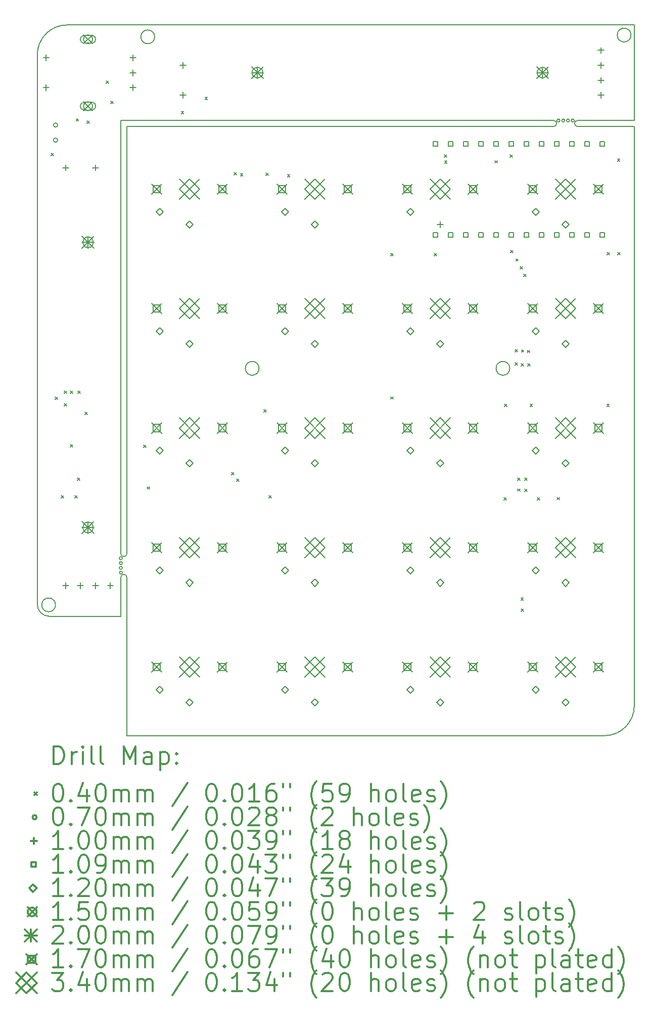
<source format=gbr>
%FSLAX45Y45*%
G04 Gerber Fmt 4.5, Leading zero omitted, Abs format (unit mm)*
G04 Created by KiCad (PCBNEW (5.1.0)-1) date 2019-03-23 00:25:19*
%MOMM*%
%LPD*%
G04 APERTURE LIST*
%ADD10C,0.200000*%
%ADD11C,0.300000*%
G04 APERTURE END LIST*
D10*
X12997000Y-14397000D02*
G75*
G02X12497000Y-14897000I-500000J0D01*
G01*
X4497000Y-14897000D02*
X12497000Y-14897000D01*
X12997000Y-14397000D02*
X12997000Y-12397000D01*
X4497000Y-14897000D02*
X4497000Y-12897000D01*
X4497000Y-11847000D02*
G75*
G02X4397000Y-11847000I-50000J0D01*
G01*
X12047000Y-4597000D02*
X12997000Y-4597000D01*
X4397000Y-4597000D02*
X4397000Y-11847000D01*
X4397000Y-12247000D02*
G75*
G02X4497000Y-12247000I50000J0D01*
G01*
X11647000Y-4597000D02*
G75*
G02X11647000Y-4697000I0J-50000D01*
G01*
X4397000Y-12247000D02*
X4397000Y-12897000D01*
X4497000Y-12247000D02*
X4497000Y-12897000D01*
X4397000Y-4597000D02*
X11647000Y-4597000D01*
X4497000Y-4697000D02*
X11647000Y-4697000D01*
X12047000Y-4697000D02*
X12997000Y-4697000D01*
X12047000Y-4697000D02*
G75*
G02X12047000Y-4597000I0J50000D01*
G01*
X4497000Y-4697000D02*
X4497000Y-11847000D01*
X11992000Y-4597000D02*
G75*
G03X11992000Y-4597000I-25000J0D01*
G01*
X11912000Y-4597000D02*
G75*
G03X11912000Y-4597000I-25000J0D01*
G01*
X11832000Y-4597000D02*
G75*
G03X11832000Y-4597000I-25000J0D01*
G01*
X11752000Y-4597000D02*
G75*
G03X11752000Y-4597000I-25000J0D01*
G01*
X4422000Y-11927000D02*
G75*
G03X4422000Y-11927000I-25000J0D01*
G01*
X4422000Y-12007000D02*
G75*
G03X4422000Y-12007000I-25000J0D01*
G01*
X4422000Y-12087000D02*
G75*
G03X4422000Y-12087000I-25000J0D01*
G01*
X4422000Y-12167000D02*
G75*
G03X4422000Y-12167000I-25000J0D01*
G01*
X10912000Y-8747000D02*
G75*
G03X10912000Y-8747000I-115000J0D01*
G01*
X12997000Y-4597000D02*
X12997000Y-2997000D01*
X12997000Y-2997000D02*
X3497000Y-2997000D01*
X3197000Y-12897000D02*
X4397000Y-12897000D01*
X3197000Y-12897000D02*
G75*
G02X2997000Y-12697000I0J200000D01*
G01*
X2997000Y-3497000D02*
X2997000Y-12697000D01*
X2997000Y-3497000D02*
G75*
G02X3497000Y-2997000I500000J0D01*
G01*
X12997000Y-12397000D02*
X12997000Y-4697000D01*
X6712000Y-8747000D02*
G75*
G03X6712000Y-8747000I-115000J0D01*
G01*
X12942000Y-3167000D02*
G75*
G03X12942000Y-3167000I-115000J0D01*
G01*
X4962000Y-3197000D02*
G75*
G03X4962000Y-3197000I-115000J0D01*
G01*
X3302000Y-12707000D02*
G75*
G03X3302000Y-12707000I-115000J0D01*
G01*
D10*
X3231000Y-5148700D02*
X3271000Y-5188700D01*
X3271000Y-5148700D02*
X3231000Y-5188700D01*
X3298300Y-9225400D02*
X3338300Y-9265400D01*
X3338300Y-9225400D02*
X3298300Y-9265400D01*
X3396100Y-10876400D02*
X3436100Y-10916400D01*
X3436100Y-10876400D02*
X3396100Y-10916400D01*
X3446900Y-9123800D02*
X3486900Y-9163800D01*
X3486900Y-9123800D02*
X3446900Y-9163800D01*
X3446900Y-9339700D02*
X3486900Y-9379700D01*
X3486900Y-9339700D02*
X3446900Y-9379700D01*
X3548500Y-9123800D02*
X3588500Y-9163800D01*
X3588500Y-9123800D02*
X3548500Y-9163800D01*
X3548500Y-10025500D02*
X3588500Y-10065500D01*
X3588500Y-10025500D02*
X3548500Y-10065500D01*
X3624700Y-10876400D02*
X3664700Y-10916400D01*
X3664700Y-10876400D02*
X3624700Y-10916400D01*
X3648000Y-4566000D02*
X3688000Y-4606000D01*
X3688000Y-4566000D02*
X3648000Y-4606000D01*
X3670000Y-10585000D02*
X3710000Y-10625000D01*
X3710000Y-10585000D02*
X3670000Y-10625000D01*
X3675000Y-9124000D02*
X3715000Y-9164000D01*
X3715000Y-9124000D02*
X3675000Y-9164000D01*
X3796000Y-9484000D02*
X3836000Y-9524000D01*
X3836000Y-9484000D02*
X3796000Y-9524000D01*
X3831700Y-4606400D02*
X3871700Y-4646400D01*
X3871700Y-4606400D02*
X3831700Y-4646400D01*
X4149200Y-3933358D02*
X4189200Y-3973358D01*
X4189200Y-3933358D02*
X4149200Y-3973358D01*
X4229000Y-4275000D02*
X4269000Y-4315000D01*
X4269000Y-4275000D02*
X4229000Y-4315000D01*
X4779000Y-10030000D02*
X4819000Y-10070000D01*
X4819000Y-10030000D02*
X4779000Y-10070000D01*
X4835000Y-10730000D02*
X4875000Y-10770000D01*
X4875000Y-10730000D02*
X4835000Y-10770000D01*
X5410000Y-4444000D02*
X5450000Y-4484000D01*
X5450000Y-4444000D02*
X5410000Y-4484000D01*
X5807931Y-4204932D02*
X5847931Y-4244932D01*
X5847931Y-4204932D02*
X5807931Y-4244932D01*
X6252000Y-10489000D02*
X6292000Y-10529000D01*
X6292000Y-10489000D02*
X6252000Y-10529000D01*
X6291000Y-5466000D02*
X6331000Y-5506000D01*
X6331000Y-5466000D02*
X6291000Y-5506000D01*
X6334000Y-10597000D02*
X6374000Y-10637000D01*
X6374000Y-10597000D02*
X6334000Y-10637000D01*
X6399000Y-5484000D02*
X6439000Y-5524000D01*
X6439000Y-5484000D02*
X6399000Y-5524000D01*
X6794000Y-9442000D02*
X6834000Y-9482000D01*
X6834000Y-9442000D02*
X6794000Y-9482000D01*
X6825000Y-5478000D02*
X6865000Y-5518000D01*
X6865000Y-5478000D02*
X6825000Y-5518000D01*
X6876000Y-10879000D02*
X6916000Y-10919000D01*
X6916000Y-10879000D02*
X6876000Y-10919000D01*
X7188000Y-5499000D02*
X7228000Y-5539000D01*
X7228000Y-5499000D02*
X7188000Y-5539000D01*
X8917000Y-6820000D02*
X8957000Y-6860000D01*
X8957000Y-6820000D02*
X8917000Y-6860000D01*
X8917000Y-9223000D02*
X8957000Y-9263000D01*
X8957000Y-9223000D02*
X8917000Y-9263000D01*
X9646000Y-6820000D02*
X9686000Y-6860000D01*
X9686000Y-6820000D02*
X9646000Y-6860000D01*
X9817305Y-5172013D02*
X9857305Y-5212013D01*
X9857305Y-5172013D02*
X9817305Y-5212013D01*
X9819000Y-5271999D02*
X9859000Y-5311999D01*
X9859000Y-5271999D02*
X9819000Y-5311999D01*
X10660000Y-5270000D02*
X10700000Y-5310000D01*
X10700000Y-5270000D02*
X10660000Y-5310000D01*
X10814000Y-10912000D02*
X10854000Y-10952000D01*
X10854000Y-10912000D02*
X10814000Y-10952000D01*
X10825000Y-9343000D02*
X10865000Y-9383000D01*
X10865000Y-9343000D02*
X10825000Y-9383000D01*
X10914000Y-5169000D02*
X10954000Y-5209000D01*
X10954000Y-5169000D02*
X10914000Y-5209000D01*
X10926000Y-6774000D02*
X10966000Y-6814000D01*
X10966000Y-6774000D02*
X10926000Y-6814000D01*
X11004000Y-8434000D02*
X11044000Y-8474000D01*
X11044000Y-8434000D02*
X11004000Y-8474000D01*
X11004000Y-8651000D02*
X11044000Y-8691000D01*
X11044000Y-8651000D02*
X11004000Y-8691000D01*
X11015000Y-6911000D02*
X11055000Y-6951000D01*
X11055000Y-6911000D02*
X11015000Y-6951000D01*
X11046000Y-10580000D02*
X11086000Y-10620000D01*
X11086000Y-10580000D02*
X11046000Y-10620000D01*
X11046000Y-10764000D02*
X11086000Y-10804000D01*
X11086000Y-10764000D02*
X11046000Y-10804000D01*
X11084000Y-7040000D02*
X11124000Y-7080000D01*
X11124000Y-7040000D02*
X11084000Y-7080000D01*
X11099000Y-12590000D02*
X11139000Y-12630000D01*
X11139000Y-12590000D02*
X11099000Y-12630000D01*
X11102000Y-12775000D02*
X11142000Y-12815000D01*
X11142000Y-12775000D02*
X11102000Y-12815000D01*
X11103000Y-8668000D02*
X11143000Y-8708000D01*
X11143000Y-8668000D02*
X11103000Y-8708000D01*
X11107000Y-8436000D02*
X11147000Y-8476000D01*
X11147000Y-8436000D02*
X11107000Y-8476000D01*
X11144001Y-7172000D02*
X11184001Y-7212000D01*
X11184001Y-7172000D02*
X11144001Y-7212000D01*
X11163000Y-10580000D02*
X11203000Y-10620000D01*
X11203000Y-10580000D02*
X11163000Y-10620000D01*
X11163000Y-10771000D02*
X11203000Y-10811000D01*
X11203000Y-10771000D02*
X11163000Y-10811000D01*
X11207000Y-8443000D02*
X11247000Y-8483000D01*
X11247000Y-8443000D02*
X11207000Y-8483000D01*
X11212000Y-8668000D02*
X11252000Y-8708000D01*
X11252000Y-8668000D02*
X11212000Y-8708000D01*
X11252000Y-9344000D02*
X11292000Y-9384000D01*
X11292000Y-9344000D02*
X11252000Y-9384000D01*
X11373000Y-10912000D02*
X11413000Y-10952000D01*
X11413000Y-10912000D02*
X11373000Y-10952000D01*
X11707000Y-10907000D02*
X11747000Y-10947000D01*
X11747000Y-10907000D02*
X11707000Y-10947000D01*
X12537000Y-9347000D02*
X12577000Y-9387000D01*
X12577000Y-9347000D02*
X12537000Y-9387000D01*
X12544000Y-6807000D02*
X12584000Y-6847000D01*
X12584000Y-6807000D02*
X12544000Y-6847000D01*
X12715000Y-5237000D02*
X12755000Y-5277000D01*
X12755000Y-5237000D02*
X12715000Y-5277000D01*
X12722000Y-6805000D02*
X12762000Y-6845000D01*
X12762000Y-6805000D02*
X12722000Y-6845000D01*
X3336800Y-4673400D02*
G75*
G03X3336800Y-4673400I-35000J0D01*
G01*
X3336800Y-4927400D02*
G75*
G03X3336800Y-4927400I-35000J0D01*
G01*
X3472000Y-5337000D02*
X3472000Y-5437000D01*
X3422000Y-5387000D02*
X3522000Y-5387000D01*
X3472000Y-12337000D02*
X3472000Y-12437000D01*
X3422000Y-12387000D02*
X3522000Y-12387000D01*
X3722000Y-12337000D02*
X3722000Y-12437000D01*
X3672000Y-12387000D02*
X3772000Y-12387000D01*
X3972000Y-5337000D02*
X3972000Y-5437000D01*
X3922000Y-5387000D02*
X4022000Y-5387000D01*
X3972000Y-12337000D02*
X3972000Y-12437000D01*
X3922000Y-12387000D02*
X4022000Y-12387000D01*
X4222000Y-12337000D02*
X4222000Y-12437000D01*
X4172000Y-12387000D02*
X4272000Y-12387000D01*
X5436000Y-3622000D02*
X5436000Y-3722000D01*
X5386000Y-3672000D02*
X5486000Y-3672000D01*
X5436000Y-4122000D02*
X5436000Y-4222000D01*
X5386000Y-4172000D02*
X5486000Y-4172000D01*
X12436000Y-3372000D02*
X12436000Y-3472000D01*
X12386000Y-3422000D02*
X12486000Y-3422000D01*
X12436000Y-3622000D02*
X12436000Y-3722000D01*
X12386000Y-3672000D02*
X12486000Y-3672000D01*
X12436000Y-3872000D02*
X12436000Y-3972000D01*
X12386000Y-3922000D02*
X12486000Y-3922000D01*
X12436000Y-4122000D02*
X12436000Y-4222000D01*
X12386000Y-4172000D02*
X12486000Y-4172000D01*
X9747000Y-6287000D02*
X9747000Y-6387000D01*
X9697000Y-6337000D02*
X9797000Y-6337000D01*
X3147000Y-3497000D02*
X3147000Y-3597000D01*
X3097000Y-3547000D02*
X3197000Y-3547000D01*
X3147000Y-3997000D02*
X3147000Y-4097000D01*
X3097000Y-4047000D02*
X3197000Y-4047000D01*
X4597000Y-3497000D02*
X4597000Y-3597000D01*
X4547000Y-3547000D02*
X4647000Y-3547000D01*
X4597000Y-3747000D02*
X4597000Y-3847000D01*
X4547000Y-3797000D02*
X4647000Y-3797000D01*
X4597000Y-3997000D02*
X4597000Y-4097000D01*
X4547000Y-4047000D02*
X4647000Y-4047000D01*
X9703616Y-5023616D02*
X9703616Y-4946385D01*
X9626385Y-4946385D01*
X9626385Y-5023616D01*
X9703616Y-5023616D01*
X9703616Y-6547615D02*
X9703616Y-6470384D01*
X9626385Y-6470384D01*
X9626385Y-6547615D01*
X9703616Y-6547615D01*
X9957616Y-5023616D02*
X9957616Y-4946385D01*
X9880385Y-4946385D01*
X9880385Y-5023616D01*
X9957616Y-5023616D01*
X9957616Y-6547615D02*
X9957616Y-6470384D01*
X9880385Y-6470384D01*
X9880385Y-6547615D01*
X9957616Y-6547615D01*
X10211616Y-5023616D02*
X10211616Y-4946385D01*
X10134385Y-4946385D01*
X10134385Y-5023616D01*
X10211616Y-5023616D01*
X10211616Y-6547615D02*
X10211616Y-6470384D01*
X10134385Y-6470384D01*
X10134385Y-6547615D01*
X10211616Y-6547615D01*
X10465616Y-5023616D02*
X10465616Y-4946385D01*
X10388385Y-4946385D01*
X10388385Y-5023616D01*
X10465616Y-5023616D01*
X10465616Y-6547615D02*
X10465616Y-6470384D01*
X10388385Y-6470384D01*
X10388385Y-6547615D01*
X10465616Y-6547615D01*
X10719616Y-5023616D02*
X10719616Y-4946385D01*
X10642385Y-4946385D01*
X10642385Y-5023616D01*
X10719616Y-5023616D01*
X10719616Y-6547615D02*
X10719616Y-6470384D01*
X10642385Y-6470384D01*
X10642385Y-6547615D01*
X10719616Y-6547615D01*
X10973616Y-5023616D02*
X10973616Y-4946385D01*
X10896385Y-4946385D01*
X10896385Y-5023616D01*
X10973616Y-5023616D01*
X10973616Y-6547615D02*
X10973616Y-6470384D01*
X10896385Y-6470384D01*
X10896385Y-6547615D01*
X10973616Y-6547615D01*
X11227615Y-5023616D02*
X11227615Y-4946385D01*
X11150385Y-4946385D01*
X11150385Y-5023616D01*
X11227615Y-5023616D01*
X11227615Y-6547615D02*
X11227615Y-6470384D01*
X11150385Y-6470384D01*
X11150385Y-6547615D01*
X11227615Y-6547615D01*
X11481615Y-5023616D02*
X11481615Y-4946385D01*
X11404384Y-4946385D01*
X11404384Y-5023616D01*
X11481615Y-5023616D01*
X11481615Y-6547615D02*
X11481615Y-6470384D01*
X11404384Y-6470384D01*
X11404384Y-6547615D01*
X11481615Y-6547615D01*
X11735615Y-5023616D02*
X11735615Y-4946385D01*
X11658384Y-4946385D01*
X11658384Y-5023616D01*
X11735615Y-5023616D01*
X11735615Y-6547615D02*
X11735615Y-6470384D01*
X11658384Y-6470384D01*
X11658384Y-6547615D01*
X11735615Y-6547615D01*
X11989615Y-5023616D02*
X11989615Y-4946385D01*
X11912384Y-4946385D01*
X11912384Y-5023616D01*
X11989615Y-5023616D01*
X11989615Y-6547615D02*
X11989615Y-6470384D01*
X11912384Y-6470384D01*
X11912384Y-6547615D01*
X11989615Y-6547615D01*
X12243615Y-5023616D02*
X12243615Y-4946385D01*
X12166384Y-4946385D01*
X12166384Y-5023616D01*
X12243615Y-5023616D01*
X12243615Y-6547615D02*
X12243615Y-6470384D01*
X12166384Y-6470384D01*
X12166384Y-6547615D01*
X12243615Y-6547615D01*
X12497615Y-5023616D02*
X12497615Y-4946385D01*
X12420384Y-4946385D01*
X12420384Y-5023616D01*
X12497615Y-5023616D01*
X12497615Y-6547615D02*
X12497615Y-6470384D01*
X12420384Y-6470384D01*
X12420384Y-6547615D01*
X12497615Y-6547615D01*
X5047000Y-14187000D02*
X5107000Y-14127000D01*
X5047000Y-14067000D01*
X4987000Y-14127000D01*
X5047000Y-14187000D01*
X5547000Y-14397000D02*
X5607000Y-14337000D01*
X5547000Y-14277000D01*
X5487000Y-14337000D01*
X5547000Y-14397000D01*
X11347000Y-10187000D02*
X11407000Y-10127000D01*
X11347000Y-10067000D01*
X11287000Y-10127000D01*
X11347000Y-10187000D01*
X11847000Y-10397000D02*
X11907000Y-10337000D01*
X11847000Y-10277000D01*
X11787000Y-10337000D01*
X11847000Y-10397000D01*
X7147000Y-6187000D02*
X7207000Y-6127000D01*
X7147000Y-6067000D01*
X7087000Y-6127000D01*
X7147000Y-6187000D01*
X7647000Y-6397000D02*
X7707000Y-6337000D01*
X7647000Y-6277000D01*
X7587000Y-6337000D01*
X7647000Y-6397000D01*
X9247000Y-14187000D02*
X9307000Y-14127000D01*
X9247000Y-14067000D01*
X9187000Y-14127000D01*
X9247000Y-14187000D01*
X9747000Y-14397000D02*
X9807000Y-14337000D01*
X9747000Y-14277000D01*
X9687000Y-14337000D01*
X9747000Y-14397000D01*
X11347000Y-8187000D02*
X11407000Y-8127000D01*
X11347000Y-8067000D01*
X11287000Y-8127000D01*
X11347000Y-8187000D01*
X11847000Y-8397000D02*
X11907000Y-8337000D01*
X11847000Y-8277000D01*
X11787000Y-8337000D01*
X11847000Y-8397000D01*
X9247000Y-12187000D02*
X9307000Y-12127000D01*
X9247000Y-12067000D01*
X9187000Y-12127000D01*
X9247000Y-12187000D01*
X9747000Y-12397000D02*
X9807000Y-12337000D01*
X9747000Y-12277000D01*
X9687000Y-12337000D01*
X9747000Y-12397000D01*
X9247000Y-10187000D02*
X9307000Y-10127000D01*
X9247000Y-10067000D01*
X9187000Y-10127000D01*
X9247000Y-10187000D01*
X9747000Y-10397000D02*
X9807000Y-10337000D01*
X9747000Y-10277000D01*
X9687000Y-10337000D01*
X9747000Y-10397000D01*
X7147000Y-12187000D02*
X7207000Y-12127000D01*
X7147000Y-12067000D01*
X7087000Y-12127000D01*
X7147000Y-12187000D01*
X7647000Y-12397000D02*
X7707000Y-12337000D01*
X7647000Y-12277000D01*
X7587000Y-12337000D01*
X7647000Y-12397000D01*
X5047000Y-12187000D02*
X5107000Y-12127000D01*
X5047000Y-12067000D01*
X4987000Y-12127000D01*
X5047000Y-12187000D01*
X5547000Y-12397000D02*
X5607000Y-12337000D01*
X5547000Y-12277000D01*
X5487000Y-12337000D01*
X5547000Y-12397000D01*
X11347000Y-6187000D02*
X11407000Y-6127000D01*
X11347000Y-6067000D01*
X11287000Y-6127000D01*
X11347000Y-6187000D01*
X11847000Y-6397000D02*
X11907000Y-6337000D01*
X11847000Y-6277000D01*
X11787000Y-6337000D01*
X11847000Y-6397000D01*
X7147000Y-14187000D02*
X7207000Y-14127000D01*
X7147000Y-14067000D01*
X7087000Y-14127000D01*
X7147000Y-14187000D01*
X7647000Y-14397000D02*
X7707000Y-14337000D01*
X7647000Y-14277000D01*
X7587000Y-14337000D01*
X7647000Y-14397000D01*
X5047000Y-10187000D02*
X5107000Y-10127000D01*
X5047000Y-10067000D01*
X4987000Y-10127000D01*
X5047000Y-10187000D01*
X5547000Y-10397000D02*
X5607000Y-10337000D01*
X5547000Y-10277000D01*
X5487000Y-10337000D01*
X5547000Y-10397000D01*
X9247000Y-6187000D02*
X9307000Y-6127000D01*
X9247000Y-6067000D01*
X9187000Y-6127000D01*
X9247000Y-6187000D01*
X7147000Y-8187000D02*
X7207000Y-8127000D01*
X7147000Y-8067000D01*
X7087000Y-8127000D01*
X7147000Y-8187000D01*
X7647000Y-8397000D02*
X7707000Y-8337000D01*
X7647000Y-8277000D01*
X7587000Y-8337000D01*
X7647000Y-8397000D01*
X9247000Y-8187000D02*
X9307000Y-8127000D01*
X9247000Y-8067000D01*
X9187000Y-8127000D01*
X9247000Y-8187000D01*
X9747000Y-8397000D02*
X9807000Y-8337000D01*
X9747000Y-8277000D01*
X9687000Y-8337000D01*
X9747000Y-8397000D01*
X7147000Y-10187000D02*
X7207000Y-10127000D01*
X7147000Y-10067000D01*
X7087000Y-10127000D01*
X7147000Y-10187000D01*
X7647000Y-10397000D02*
X7707000Y-10337000D01*
X7647000Y-10277000D01*
X7587000Y-10337000D01*
X7647000Y-10397000D01*
X5047000Y-8187000D02*
X5107000Y-8127000D01*
X5047000Y-8067000D01*
X4987000Y-8127000D01*
X5047000Y-8187000D01*
X5547000Y-8397000D02*
X5607000Y-8337000D01*
X5547000Y-8277000D01*
X5487000Y-8337000D01*
X5547000Y-8397000D01*
X11347000Y-14187000D02*
X11407000Y-14127000D01*
X11347000Y-14067000D01*
X11287000Y-14127000D01*
X11347000Y-14187000D01*
X11847000Y-14397000D02*
X11907000Y-14337000D01*
X11847000Y-14277000D01*
X11787000Y-14337000D01*
X11847000Y-14397000D01*
X5047000Y-6187000D02*
X5107000Y-6127000D01*
X5047000Y-6067000D01*
X4987000Y-6127000D01*
X5047000Y-6187000D01*
X5547000Y-6397000D02*
X5607000Y-6337000D01*
X5547000Y-6277000D01*
X5487000Y-6337000D01*
X5547000Y-6397000D01*
X11347000Y-12187000D02*
X11407000Y-12127000D01*
X11347000Y-12067000D01*
X11287000Y-12127000D01*
X11347000Y-12187000D01*
X11847000Y-12397000D02*
X11907000Y-12337000D01*
X11847000Y-12277000D01*
X11787000Y-12337000D01*
X11847000Y-12397000D01*
X3772000Y-3162000D02*
X3922000Y-3312000D01*
X3922000Y-3162000D02*
X3772000Y-3312000D01*
X3922000Y-3237000D02*
G75*
G03X3922000Y-3237000I-75000J0D01*
G01*
X3912000Y-3172000D02*
X3782000Y-3172000D01*
X3912000Y-3302000D02*
X3782000Y-3302000D01*
X3782000Y-3172000D02*
G75*
G03X3782000Y-3302000I0J-65000D01*
G01*
X3912000Y-3302000D02*
G75*
G03X3912000Y-3172000I0J65000D01*
G01*
X3772000Y-4282000D02*
X3922000Y-4432000D01*
X3922000Y-4282000D02*
X3772000Y-4432000D01*
X3922000Y-4357000D02*
G75*
G03X3922000Y-4357000I-75000J0D01*
G01*
X3912000Y-4292000D02*
X3782000Y-4292000D01*
X3912000Y-4422000D02*
X3782000Y-4422000D01*
X3782000Y-4292000D02*
G75*
G03X3782000Y-4422000I0J-65000D01*
G01*
X3912000Y-4422000D02*
G75*
G03X3912000Y-4292000I0J65000D01*
G01*
X3748000Y-6537000D02*
X3948000Y-6737000D01*
X3948000Y-6537000D02*
X3748000Y-6737000D01*
X3848000Y-6537000D02*
X3848000Y-6737000D01*
X3748000Y-6637000D02*
X3948000Y-6637000D01*
X3848000Y-6727000D02*
X3848000Y-6727000D01*
X3848000Y-6547000D02*
X3848000Y-6547000D01*
X3848000Y-6727000D02*
G75*
G03X3848000Y-6547000I0J90000D01*
G01*
X3848000Y-6547000D02*
G75*
G03X3848000Y-6727000I0J-90000D01*
G01*
X3748000Y-11312200D02*
X3948000Y-11512200D01*
X3948000Y-11312200D02*
X3748000Y-11512200D01*
X3848000Y-11312200D02*
X3848000Y-11512200D01*
X3748000Y-11412200D02*
X3948000Y-11412200D01*
X3848000Y-11502200D02*
X3848000Y-11502200D01*
X3848000Y-11322200D02*
X3848000Y-11322200D01*
X3848000Y-11502200D02*
G75*
G03X3848000Y-11322200I0J90000D01*
G01*
X3848000Y-11322200D02*
G75*
G03X3848000Y-11502200I0J-90000D01*
G01*
X6586000Y-3696000D02*
X6786000Y-3896000D01*
X6786000Y-3696000D02*
X6586000Y-3896000D01*
X6686000Y-3696000D02*
X6686000Y-3896000D01*
X6586000Y-3796000D02*
X6786000Y-3796000D01*
X6776000Y-3796000D02*
X6776000Y-3796000D01*
X6596000Y-3796000D02*
X6596000Y-3796000D01*
X6776000Y-3796000D02*
G75*
G03X6596000Y-3796000I-90000J0D01*
G01*
X6596000Y-3796000D02*
G75*
G03X6776000Y-3796000I90000J0D01*
G01*
X11361200Y-3696000D02*
X11561200Y-3896000D01*
X11561200Y-3696000D02*
X11361200Y-3896000D01*
X11461200Y-3696000D02*
X11461200Y-3896000D01*
X11361200Y-3796000D02*
X11561200Y-3796000D01*
X11551200Y-3796000D02*
X11551200Y-3796000D01*
X11371200Y-3796000D02*
X11371200Y-3796000D01*
X11551200Y-3796000D02*
G75*
G03X11371200Y-3796000I-90000J0D01*
G01*
X11371200Y-3796000D02*
G75*
G03X11551200Y-3796000I90000J0D01*
G01*
X7012000Y-7662000D02*
X7182000Y-7832000D01*
X7182000Y-7662000D02*
X7012000Y-7832000D01*
X7157105Y-7807105D02*
X7157105Y-7686895D01*
X7036895Y-7686895D01*
X7036895Y-7807105D01*
X7157105Y-7807105D01*
X8112000Y-7662000D02*
X8282000Y-7832000D01*
X8282000Y-7662000D02*
X8112000Y-7832000D01*
X8257105Y-7807105D02*
X8257105Y-7686895D01*
X8136895Y-7686895D01*
X8136895Y-7807105D01*
X8257105Y-7807105D01*
X9112000Y-7662000D02*
X9282000Y-7832000D01*
X9282000Y-7662000D02*
X9112000Y-7832000D01*
X9257105Y-7807105D02*
X9257105Y-7686895D01*
X9136895Y-7686895D01*
X9136895Y-7807105D01*
X9257105Y-7807105D01*
X10212000Y-7662000D02*
X10382000Y-7832000D01*
X10382000Y-7662000D02*
X10212000Y-7832000D01*
X10357105Y-7807105D02*
X10357105Y-7686895D01*
X10236895Y-7686895D01*
X10236895Y-7807105D01*
X10357105Y-7807105D01*
X7012000Y-9662000D02*
X7182000Y-9832000D01*
X7182000Y-9662000D02*
X7012000Y-9832000D01*
X7157105Y-9807105D02*
X7157105Y-9686895D01*
X7036895Y-9686895D01*
X7036895Y-9807105D01*
X7157105Y-9807105D01*
X8112000Y-9662000D02*
X8282000Y-9832000D01*
X8282000Y-9662000D02*
X8112000Y-9832000D01*
X8257105Y-9807105D02*
X8257105Y-9686895D01*
X8136895Y-9686895D01*
X8136895Y-9807105D01*
X8257105Y-9807105D01*
X4912000Y-7662000D02*
X5082000Y-7832000D01*
X5082000Y-7662000D02*
X4912000Y-7832000D01*
X5057105Y-7807105D02*
X5057105Y-7686895D01*
X4936895Y-7686895D01*
X4936895Y-7807105D01*
X5057105Y-7807105D01*
X6012000Y-7662000D02*
X6182000Y-7832000D01*
X6182000Y-7662000D02*
X6012000Y-7832000D01*
X6157105Y-7807105D02*
X6157105Y-7686895D01*
X6036895Y-7686895D01*
X6036895Y-7807105D01*
X6157105Y-7807105D01*
X11212000Y-13662000D02*
X11382000Y-13832000D01*
X11382000Y-13662000D02*
X11212000Y-13832000D01*
X11357105Y-13807105D02*
X11357105Y-13686895D01*
X11236895Y-13686895D01*
X11236895Y-13807105D01*
X11357105Y-13807105D01*
X12312000Y-13662000D02*
X12482000Y-13832000D01*
X12482000Y-13662000D02*
X12312000Y-13832000D01*
X12457105Y-13807105D02*
X12457105Y-13686895D01*
X12336895Y-13686895D01*
X12336895Y-13807105D01*
X12457105Y-13807105D01*
X4912000Y-5662000D02*
X5082000Y-5832000D01*
X5082000Y-5662000D02*
X4912000Y-5832000D01*
X5057105Y-5807105D02*
X5057105Y-5686895D01*
X4936895Y-5686895D01*
X4936895Y-5807105D01*
X5057105Y-5807105D01*
X6012000Y-5662000D02*
X6182000Y-5832000D01*
X6182000Y-5662000D02*
X6012000Y-5832000D01*
X6157105Y-5807105D02*
X6157105Y-5686895D01*
X6036895Y-5686895D01*
X6036895Y-5807105D01*
X6157105Y-5807105D01*
X11212000Y-11662000D02*
X11382000Y-11832000D01*
X11382000Y-11662000D02*
X11212000Y-11832000D01*
X11357105Y-11807105D02*
X11357105Y-11686895D01*
X11236895Y-11686895D01*
X11236895Y-11807105D01*
X11357105Y-11807105D01*
X12312000Y-11662000D02*
X12482000Y-11832000D01*
X12482000Y-11662000D02*
X12312000Y-11832000D01*
X12457105Y-11807105D02*
X12457105Y-11686895D01*
X12336895Y-11686895D01*
X12336895Y-11807105D01*
X12457105Y-11807105D01*
X4912000Y-13662000D02*
X5082000Y-13832000D01*
X5082000Y-13662000D02*
X4912000Y-13832000D01*
X5057105Y-13807105D02*
X5057105Y-13686895D01*
X4936895Y-13686895D01*
X4936895Y-13807105D01*
X5057105Y-13807105D01*
X6012000Y-13662000D02*
X6182000Y-13832000D01*
X6182000Y-13662000D02*
X6012000Y-13832000D01*
X6157105Y-13807105D02*
X6157105Y-13686895D01*
X6036895Y-13686895D01*
X6036895Y-13807105D01*
X6157105Y-13807105D01*
X11212000Y-9662000D02*
X11382000Y-9832000D01*
X11382000Y-9662000D02*
X11212000Y-9832000D01*
X11357105Y-9807105D02*
X11357105Y-9686895D01*
X11236895Y-9686895D01*
X11236895Y-9807105D01*
X11357105Y-9807105D01*
X12312000Y-9662000D02*
X12482000Y-9832000D01*
X12482000Y-9662000D02*
X12312000Y-9832000D01*
X12457105Y-9807105D02*
X12457105Y-9686895D01*
X12336895Y-9686895D01*
X12336895Y-9807105D01*
X12457105Y-9807105D01*
X7012000Y-5662000D02*
X7182000Y-5832000D01*
X7182000Y-5662000D02*
X7012000Y-5832000D01*
X7157105Y-5807105D02*
X7157105Y-5686895D01*
X7036895Y-5686895D01*
X7036895Y-5807105D01*
X7157105Y-5807105D01*
X8112000Y-5662000D02*
X8282000Y-5832000D01*
X8282000Y-5662000D02*
X8112000Y-5832000D01*
X8257105Y-5807105D02*
X8257105Y-5686895D01*
X8136895Y-5686895D01*
X8136895Y-5807105D01*
X8257105Y-5807105D01*
X9112000Y-13662000D02*
X9282000Y-13832000D01*
X9282000Y-13662000D02*
X9112000Y-13832000D01*
X9257105Y-13807105D02*
X9257105Y-13686895D01*
X9136895Y-13686895D01*
X9136895Y-13807105D01*
X9257105Y-13807105D01*
X10212000Y-13662000D02*
X10382000Y-13832000D01*
X10382000Y-13662000D02*
X10212000Y-13832000D01*
X10357105Y-13807105D02*
X10357105Y-13686895D01*
X10236895Y-13686895D01*
X10236895Y-13807105D01*
X10357105Y-13807105D01*
X11212000Y-7662000D02*
X11382000Y-7832000D01*
X11382000Y-7662000D02*
X11212000Y-7832000D01*
X11357105Y-7807105D02*
X11357105Y-7686895D01*
X11236895Y-7686895D01*
X11236895Y-7807105D01*
X11357105Y-7807105D01*
X12312000Y-7662000D02*
X12482000Y-7832000D01*
X12482000Y-7662000D02*
X12312000Y-7832000D01*
X12457105Y-7807105D02*
X12457105Y-7686895D01*
X12336895Y-7686895D01*
X12336895Y-7807105D01*
X12457105Y-7807105D01*
X9112000Y-11662000D02*
X9282000Y-11832000D01*
X9282000Y-11662000D02*
X9112000Y-11832000D01*
X9257105Y-11807105D02*
X9257105Y-11686895D01*
X9136895Y-11686895D01*
X9136895Y-11807105D01*
X9257105Y-11807105D01*
X10212000Y-11662000D02*
X10382000Y-11832000D01*
X10382000Y-11662000D02*
X10212000Y-11832000D01*
X10357105Y-11807105D02*
X10357105Y-11686895D01*
X10236895Y-11686895D01*
X10236895Y-11807105D01*
X10357105Y-11807105D01*
X9112000Y-9662000D02*
X9282000Y-9832000D01*
X9282000Y-9662000D02*
X9112000Y-9832000D01*
X9257105Y-9807105D02*
X9257105Y-9686895D01*
X9136895Y-9686895D01*
X9136895Y-9807105D01*
X9257105Y-9807105D01*
X10212000Y-9662000D02*
X10382000Y-9832000D01*
X10382000Y-9662000D02*
X10212000Y-9832000D01*
X10357105Y-9807105D02*
X10357105Y-9686895D01*
X10236895Y-9686895D01*
X10236895Y-9807105D01*
X10357105Y-9807105D01*
X7012000Y-11662000D02*
X7182000Y-11832000D01*
X7182000Y-11662000D02*
X7012000Y-11832000D01*
X7157105Y-11807105D02*
X7157105Y-11686895D01*
X7036895Y-11686895D01*
X7036895Y-11807105D01*
X7157105Y-11807105D01*
X8112000Y-11662000D02*
X8282000Y-11832000D01*
X8282000Y-11662000D02*
X8112000Y-11832000D01*
X8257105Y-11807105D02*
X8257105Y-11686895D01*
X8136895Y-11686895D01*
X8136895Y-11807105D01*
X8257105Y-11807105D01*
X4912000Y-11662000D02*
X5082000Y-11832000D01*
X5082000Y-11662000D02*
X4912000Y-11832000D01*
X5057105Y-11807105D02*
X5057105Y-11686895D01*
X4936895Y-11686895D01*
X4936895Y-11807105D01*
X5057105Y-11807105D01*
X6012000Y-11662000D02*
X6182000Y-11832000D01*
X6182000Y-11662000D02*
X6012000Y-11832000D01*
X6157105Y-11807105D02*
X6157105Y-11686895D01*
X6036895Y-11686895D01*
X6036895Y-11807105D01*
X6157105Y-11807105D01*
X11212000Y-5662000D02*
X11382000Y-5832000D01*
X11382000Y-5662000D02*
X11212000Y-5832000D01*
X11357105Y-5807105D02*
X11357105Y-5686895D01*
X11236895Y-5686895D01*
X11236895Y-5807105D01*
X11357105Y-5807105D01*
X12312000Y-5662000D02*
X12482000Y-5832000D01*
X12482000Y-5662000D02*
X12312000Y-5832000D01*
X12457105Y-5807105D02*
X12457105Y-5686895D01*
X12336895Y-5686895D01*
X12336895Y-5807105D01*
X12457105Y-5807105D01*
X7012000Y-13662000D02*
X7182000Y-13832000D01*
X7182000Y-13662000D02*
X7012000Y-13832000D01*
X7157105Y-13807105D02*
X7157105Y-13686895D01*
X7036895Y-13686895D01*
X7036895Y-13807105D01*
X7157105Y-13807105D01*
X8112000Y-13662000D02*
X8282000Y-13832000D01*
X8282000Y-13662000D02*
X8112000Y-13832000D01*
X8257105Y-13807105D02*
X8257105Y-13686895D01*
X8136895Y-13686895D01*
X8136895Y-13807105D01*
X8257105Y-13807105D01*
X4912000Y-9662000D02*
X5082000Y-9832000D01*
X5082000Y-9662000D02*
X4912000Y-9832000D01*
X5057105Y-9807105D02*
X5057105Y-9686895D01*
X4936895Y-9686895D01*
X4936895Y-9807105D01*
X5057105Y-9807105D01*
X6012000Y-9662000D02*
X6182000Y-9832000D01*
X6182000Y-9662000D02*
X6012000Y-9832000D01*
X6157105Y-9807105D02*
X6157105Y-9686895D01*
X6036895Y-9686895D01*
X6036895Y-9807105D01*
X6157105Y-9807105D01*
X9112000Y-5662000D02*
X9282000Y-5832000D01*
X9282000Y-5662000D02*
X9112000Y-5832000D01*
X9257105Y-5807105D02*
X9257105Y-5686895D01*
X9136895Y-5686895D01*
X9136895Y-5807105D01*
X9257105Y-5807105D01*
X10212000Y-5662000D02*
X10382000Y-5832000D01*
X10382000Y-5662000D02*
X10212000Y-5832000D01*
X10357105Y-5807105D02*
X10357105Y-5686895D01*
X10236895Y-5686895D01*
X10236895Y-5807105D01*
X10357105Y-5807105D01*
X5377000Y-9577000D02*
X5717000Y-9917000D01*
X5717000Y-9577000D02*
X5377000Y-9917000D01*
X5547000Y-9917000D02*
X5717000Y-9747000D01*
X5547000Y-9577000D01*
X5377000Y-9747000D01*
X5547000Y-9917000D01*
X9577000Y-5577000D02*
X9917000Y-5917000D01*
X9917000Y-5577000D02*
X9577000Y-5917000D01*
X9747000Y-5917000D02*
X9917000Y-5747000D01*
X9747000Y-5577000D01*
X9577000Y-5747000D01*
X9747000Y-5917000D01*
X7477000Y-7577000D02*
X7817000Y-7917000D01*
X7817000Y-7577000D02*
X7477000Y-7917000D01*
X7647000Y-7917000D02*
X7817000Y-7747000D01*
X7647000Y-7577000D01*
X7477000Y-7747000D01*
X7647000Y-7917000D01*
X9577000Y-7577000D02*
X9917000Y-7917000D01*
X9917000Y-7577000D02*
X9577000Y-7917000D01*
X9747000Y-7917000D02*
X9917000Y-7747000D01*
X9747000Y-7577000D01*
X9577000Y-7747000D01*
X9747000Y-7917000D01*
X7477000Y-9577000D02*
X7817000Y-9917000D01*
X7817000Y-9577000D02*
X7477000Y-9917000D01*
X7647000Y-9917000D02*
X7817000Y-9747000D01*
X7647000Y-9577000D01*
X7477000Y-9747000D01*
X7647000Y-9917000D01*
X5377000Y-7577000D02*
X5717000Y-7917000D01*
X5717000Y-7577000D02*
X5377000Y-7917000D01*
X5547000Y-7917000D02*
X5717000Y-7747000D01*
X5547000Y-7577000D01*
X5377000Y-7747000D01*
X5547000Y-7917000D01*
X11677000Y-13577000D02*
X12017000Y-13917000D01*
X12017000Y-13577000D02*
X11677000Y-13917000D01*
X11847000Y-13917000D02*
X12017000Y-13747000D01*
X11847000Y-13577000D01*
X11677000Y-13747000D01*
X11847000Y-13917000D01*
X5377000Y-5577000D02*
X5717000Y-5917000D01*
X5717000Y-5577000D02*
X5377000Y-5917000D01*
X5547000Y-5917000D02*
X5717000Y-5747000D01*
X5547000Y-5577000D01*
X5377000Y-5747000D01*
X5547000Y-5917000D01*
X11677000Y-11577000D02*
X12017000Y-11917000D01*
X12017000Y-11577000D02*
X11677000Y-11917000D01*
X11847000Y-11917000D02*
X12017000Y-11747000D01*
X11847000Y-11577000D01*
X11677000Y-11747000D01*
X11847000Y-11917000D01*
X5377000Y-13577000D02*
X5717000Y-13917000D01*
X5717000Y-13577000D02*
X5377000Y-13917000D01*
X5547000Y-13917000D02*
X5717000Y-13747000D01*
X5547000Y-13577000D01*
X5377000Y-13747000D01*
X5547000Y-13917000D01*
X11677000Y-9577000D02*
X12017000Y-9917000D01*
X12017000Y-9577000D02*
X11677000Y-9917000D01*
X11847000Y-9917000D02*
X12017000Y-9747000D01*
X11847000Y-9577000D01*
X11677000Y-9747000D01*
X11847000Y-9917000D01*
X7477000Y-5577000D02*
X7817000Y-5917000D01*
X7817000Y-5577000D02*
X7477000Y-5917000D01*
X7647000Y-5917000D02*
X7817000Y-5747000D01*
X7647000Y-5577000D01*
X7477000Y-5747000D01*
X7647000Y-5917000D01*
X9577000Y-13577000D02*
X9917000Y-13917000D01*
X9917000Y-13577000D02*
X9577000Y-13917000D01*
X9747000Y-13917000D02*
X9917000Y-13747000D01*
X9747000Y-13577000D01*
X9577000Y-13747000D01*
X9747000Y-13917000D01*
X11677000Y-7577000D02*
X12017000Y-7917000D01*
X12017000Y-7577000D02*
X11677000Y-7917000D01*
X11847000Y-7917000D02*
X12017000Y-7747000D01*
X11847000Y-7577000D01*
X11677000Y-7747000D01*
X11847000Y-7917000D01*
X9577000Y-11577000D02*
X9917000Y-11917000D01*
X9917000Y-11577000D02*
X9577000Y-11917000D01*
X9747000Y-11917000D02*
X9917000Y-11747000D01*
X9747000Y-11577000D01*
X9577000Y-11747000D01*
X9747000Y-11917000D01*
X9577000Y-9577000D02*
X9917000Y-9917000D01*
X9917000Y-9577000D02*
X9577000Y-9917000D01*
X9747000Y-9917000D02*
X9917000Y-9747000D01*
X9747000Y-9577000D01*
X9577000Y-9747000D01*
X9747000Y-9917000D01*
X7477000Y-11577000D02*
X7817000Y-11917000D01*
X7817000Y-11577000D02*
X7477000Y-11917000D01*
X7647000Y-11917000D02*
X7817000Y-11747000D01*
X7647000Y-11577000D01*
X7477000Y-11747000D01*
X7647000Y-11917000D01*
X5377000Y-11577000D02*
X5717000Y-11917000D01*
X5717000Y-11577000D02*
X5377000Y-11917000D01*
X5547000Y-11917000D02*
X5717000Y-11747000D01*
X5547000Y-11577000D01*
X5377000Y-11747000D01*
X5547000Y-11917000D01*
X11677000Y-5577000D02*
X12017000Y-5917000D01*
X12017000Y-5577000D02*
X11677000Y-5917000D01*
X11847000Y-5917000D02*
X12017000Y-5747000D01*
X11847000Y-5577000D01*
X11677000Y-5747000D01*
X11847000Y-5917000D01*
X7477000Y-13577000D02*
X7817000Y-13917000D01*
X7817000Y-13577000D02*
X7477000Y-13917000D01*
X7647000Y-13917000D02*
X7817000Y-13747000D01*
X7647000Y-13577000D01*
X7477000Y-13747000D01*
X7647000Y-13917000D01*
D11*
X3273428Y-15372714D02*
X3273428Y-15072714D01*
X3344857Y-15072714D01*
X3387714Y-15087000D01*
X3416286Y-15115571D01*
X3430571Y-15144143D01*
X3444857Y-15201286D01*
X3444857Y-15244143D01*
X3430571Y-15301286D01*
X3416286Y-15329857D01*
X3387714Y-15358429D01*
X3344857Y-15372714D01*
X3273428Y-15372714D01*
X3573428Y-15372714D02*
X3573428Y-15172714D01*
X3573428Y-15229857D02*
X3587714Y-15201286D01*
X3602000Y-15187000D01*
X3630571Y-15172714D01*
X3659143Y-15172714D01*
X3759143Y-15372714D02*
X3759143Y-15172714D01*
X3759143Y-15072714D02*
X3744857Y-15087000D01*
X3759143Y-15101286D01*
X3773428Y-15087000D01*
X3759143Y-15072714D01*
X3759143Y-15101286D01*
X3944857Y-15372714D02*
X3916286Y-15358429D01*
X3902000Y-15329857D01*
X3902000Y-15072714D01*
X4102000Y-15372714D02*
X4073428Y-15358429D01*
X4059143Y-15329857D01*
X4059143Y-15072714D01*
X4444857Y-15372714D02*
X4444857Y-15072714D01*
X4544857Y-15287000D01*
X4644857Y-15072714D01*
X4644857Y-15372714D01*
X4916286Y-15372714D02*
X4916286Y-15215571D01*
X4902000Y-15187000D01*
X4873428Y-15172714D01*
X4816286Y-15172714D01*
X4787714Y-15187000D01*
X4916286Y-15358429D02*
X4887714Y-15372714D01*
X4816286Y-15372714D01*
X4787714Y-15358429D01*
X4773428Y-15329857D01*
X4773428Y-15301286D01*
X4787714Y-15272714D01*
X4816286Y-15258429D01*
X4887714Y-15258429D01*
X4916286Y-15244143D01*
X5059143Y-15172714D02*
X5059143Y-15472714D01*
X5059143Y-15187000D02*
X5087714Y-15172714D01*
X5144857Y-15172714D01*
X5173428Y-15187000D01*
X5187714Y-15201286D01*
X5202000Y-15229857D01*
X5202000Y-15315571D01*
X5187714Y-15344143D01*
X5173428Y-15358429D01*
X5144857Y-15372714D01*
X5087714Y-15372714D01*
X5059143Y-15358429D01*
X5330571Y-15344143D02*
X5344857Y-15358429D01*
X5330571Y-15372714D01*
X5316286Y-15358429D01*
X5330571Y-15344143D01*
X5330571Y-15372714D01*
X5330571Y-15187000D02*
X5344857Y-15201286D01*
X5330571Y-15215571D01*
X5316286Y-15201286D01*
X5330571Y-15187000D01*
X5330571Y-15215571D01*
X2947000Y-15847000D02*
X2987000Y-15887000D01*
X2987000Y-15847000D02*
X2947000Y-15887000D01*
X3330571Y-15702714D02*
X3359143Y-15702714D01*
X3387714Y-15717000D01*
X3402000Y-15731286D01*
X3416286Y-15759857D01*
X3430571Y-15817000D01*
X3430571Y-15888429D01*
X3416286Y-15945571D01*
X3402000Y-15974143D01*
X3387714Y-15988429D01*
X3359143Y-16002714D01*
X3330571Y-16002714D01*
X3302000Y-15988429D01*
X3287714Y-15974143D01*
X3273428Y-15945571D01*
X3259143Y-15888429D01*
X3259143Y-15817000D01*
X3273428Y-15759857D01*
X3287714Y-15731286D01*
X3302000Y-15717000D01*
X3330571Y-15702714D01*
X3559143Y-15974143D02*
X3573428Y-15988429D01*
X3559143Y-16002714D01*
X3544857Y-15988429D01*
X3559143Y-15974143D01*
X3559143Y-16002714D01*
X3830571Y-15802714D02*
X3830571Y-16002714D01*
X3759143Y-15688429D02*
X3687714Y-15902714D01*
X3873428Y-15902714D01*
X4044857Y-15702714D02*
X4073428Y-15702714D01*
X4102000Y-15717000D01*
X4116286Y-15731286D01*
X4130571Y-15759857D01*
X4144857Y-15817000D01*
X4144857Y-15888429D01*
X4130571Y-15945571D01*
X4116286Y-15974143D01*
X4102000Y-15988429D01*
X4073428Y-16002714D01*
X4044857Y-16002714D01*
X4016286Y-15988429D01*
X4002000Y-15974143D01*
X3987714Y-15945571D01*
X3973428Y-15888429D01*
X3973428Y-15817000D01*
X3987714Y-15759857D01*
X4002000Y-15731286D01*
X4016286Y-15717000D01*
X4044857Y-15702714D01*
X4273428Y-16002714D02*
X4273428Y-15802714D01*
X4273428Y-15831286D02*
X4287714Y-15817000D01*
X4316286Y-15802714D01*
X4359143Y-15802714D01*
X4387714Y-15817000D01*
X4402000Y-15845571D01*
X4402000Y-16002714D01*
X4402000Y-15845571D02*
X4416286Y-15817000D01*
X4444857Y-15802714D01*
X4487714Y-15802714D01*
X4516286Y-15817000D01*
X4530571Y-15845571D01*
X4530571Y-16002714D01*
X4673428Y-16002714D02*
X4673428Y-15802714D01*
X4673428Y-15831286D02*
X4687714Y-15817000D01*
X4716286Y-15802714D01*
X4759143Y-15802714D01*
X4787714Y-15817000D01*
X4802000Y-15845571D01*
X4802000Y-16002714D01*
X4802000Y-15845571D02*
X4816286Y-15817000D01*
X4844857Y-15802714D01*
X4887714Y-15802714D01*
X4916286Y-15817000D01*
X4930571Y-15845571D01*
X4930571Y-16002714D01*
X5516286Y-15688429D02*
X5259143Y-16074143D01*
X5902000Y-15702714D02*
X5930571Y-15702714D01*
X5959143Y-15717000D01*
X5973428Y-15731286D01*
X5987714Y-15759857D01*
X6002000Y-15817000D01*
X6002000Y-15888429D01*
X5987714Y-15945571D01*
X5973428Y-15974143D01*
X5959143Y-15988429D01*
X5930571Y-16002714D01*
X5902000Y-16002714D01*
X5873428Y-15988429D01*
X5859143Y-15974143D01*
X5844857Y-15945571D01*
X5830571Y-15888429D01*
X5830571Y-15817000D01*
X5844857Y-15759857D01*
X5859143Y-15731286D01*
X5873428Y-15717000D01*
X5902000Y-15702714D01*
X6130571Y-15974143D02*
X6144857Y-15988429D01*
X6130571Y-16002714D01*
X6116286Y-15988429D01*
X6130571Y-15974143D01*
X6130571Y-16002714D01*
X6330571Y-15702714D02*
X6359143Y-15702714D01*
X6387714Y-15717000D01*
X6402000Y-15731286D01*
X6416286Y-15759857D01*
X6430571Y-15817000D01*
X6430571Y-15888429D01*
X6416286Y-15945571D01*
X6402000Y-15974143D01*
X6387714Y-15988429D01*
X6359143Y-16002714D01*
X6330571Y-16002714D01*
X6302000Y-15988429D01*
X6287714Y-15974143D01*
X6273428Y-15945571D01*
X6259143Y-15888429D01*
X6259143Y-15817000D01*
X6273428Y-15759857D01*
X6287714Y-15731286D01*
X6302000Y-15717000D01*
X6330571Y-15702714D01*
X6716286Y-16002714D02*
X6544857Y-16002714D01*
X6630571Y-16002714D02*
X6630571Y-15702714D01*
X6602000Y-15745571D01*
X6573428Y-15774143D01*
X6544857Y-15788429D01*
X6973428Y-15702714D02*
X6916286Y-15702714D01*
X6887714Y-15717000D01*
X6873428Y-15731286D01*
X6844857Y-15774143D01*
X6830571Y-15831286D01*
X6830571Y-15945571D01*
X6844857Y-15974143D01*
X6859143Y-15988429D01*
X6887714Y-16002714D01*
X6944857Y-16002714D01*
X6973428Y-15988429D01*
X6987714Y-15974143D01*
X7002000Y-15945571D01*
X7002000Y-15874143D01*
X6987714Y-15845571D01*
X6973428Y-15831286D01*
X6944857Y-15817000D01*
X6887714Y-15817000D01*
X6859143Y-15831286D01*
X6844857Y-15845571D01*
X6830571Y-15874143D01*
X7116286Y-15702714D02*
X7116286Y-15759857D01*
X7230571Y-15702714D02*
X7230571Y-15759857D01*
X7673428Y-16117000D02*
X7659143Y-16102714D01*
X7630571Y-16059857D01*
X7616286Y-16031286D01*
X7602000Y-15988429D01*
X7587714Y-15917000D01*
X7587714Y-15859857D01*
X7602000Y-15788429D01*
X7616286Y-15745571D01*
X7630571Y-15717000D01*
X7659143Y-15674143D01*
X7673428Y-15659857D01*
X7930571Y-15702714D02*
X7787714Y-15702714D01*
X7773428Y-15845571D01*
X7787714Y-15831286D01*
X7816286Y-15817000D01*
X7887714Y-15817000D01*
X7916286Y-15831286D01*
X7930571Y-15845571D01*
X7944857Y-15874143D01*
X7944857Y-15945571D01*
X7930571Y-15974143D01*
X7916286Y-15988429D01*
X7887714Y-16002714D01*
X7816286Y-16002714D01*
X7787714Y-15988429D01*
X7773428Y-15974143D01*
X8087714Y-16002714D02*
X8144857Y-16002714D01*
X8173428Y-15988429D01*
X8187714Y-15974143D01*
X8216286Y-15931286D01*
X8230571Y-15874143D01*
X8230571Y-15759857D01*
X8216286Y-15731286D01*
X8202000Y-15717000D01*
X8173428Y-15702714D01*
X8116286Y-15702714D01*
X8087714Y-15717000D01*
X8073428Y-15731286D01*
X8059143Y-15759857D01*
X8059143Y-15831286D01*
X8073428Y-15859857D01*
X8087714Y-15874143D01*
X8116286Y-15888429D01*
X8173428Y-15888429D01*
X8202000Y-15874143D01*
X8216286Y-15859857D01*
X8230571Y-15831286D01*
X8587714Y-16002714D02*
X8587714Y-15702714D01*
X8716286Y-16002714D02*
X8716286Y-15845571D01*
X8702000Y-15817000D01*
X8673428Y-15802714D01*
X8630571Y-15802714D01*
X8602000Y-15817000D01*
X8587714Y-15831286D01*
X8902000Y-16002714D02*
X8873428Y-15988429D01*
X8859143Y-15974143D01*
X8844857Y-15945571D01*
X8844857Y-15859857D01*
X8859143Y-15831286D01*
X8873428Y-15817000D01*
X8902000Y-15802714D01*
X8944857Y-15802714D01*
X8973428Y-15817000D01*
X8987714Y-15831286D01*
X9002000Y-15859857D01*
X9002000Y-15945571D01*
X8987714Y-15974143D01*
X8973428Y-15988429D01*
X8944857Y-16002714D01*
X8902000Y-16002714D01*
X9173428Y-16002714D02*
X9144857Y-15988429D01*
X9130571Y-15959857D01*
X9130571Y-15702714D01*
X9402000Y-15988429D02*
X9373428Y-16002714D01*
X9316286Y-16002714D01*
X9287714Y-15988429D01*
X9273428Y-15959857D01*
X9273428Y-15845571D01*
X9287714Y-15817000D01*
X9316286Y-15802714D01*
X9373428Y-15802714D01*
X9402000Y-15817000D01*
X9416286Y-15845571D01*
X9416286Y-15874143D01*
X9273428Y-15902714D01*
X9530571Y-15988429D02*
X9559143Y-16002714D01*
X9616286Y-16002714D01*
X9644857Y-15988429D01*
X9659143Y-15959857D01*
X9659143Y-15945571D01*
X9644857Y-15917000D01*
X9616286Y-15902714D01*
X9573428Y-15902714D01*
X9544857Y-15888429D01*
X9530571Y-15859857D01*
X9530571Y-15845571D01*
X9544857Y-15817000D01*
X9573428Y-15802714D01*
X9616286Y-15802714D01*
X9644857Y-15817000D01*
X9759143Y-16117000D02*
X9773428Y-16102714D01*
X9802000Y-16059857D01*
X9816286Y-16031286D01*
X9830571Y-15988429D01*
X9844857Y-15917000D01*
X9844857Y-15859857D01*
X9830571Y-15788429D01*
X9816286Y-15745571D01*
X9802000Y-15717000D01*
X9773428Y-15674143D01*
X9759143Y-15659857D01*
X2987000Y-16263000D02*
G75*
G03X2987000Y-16263000I-35000J0D01*
G01*
X3330571Y-16098714D02*
X3359143Y-16098714D01*
X3387714Y-16113000D01*
X3402000Y-16127286D01*
X3416286Y-16155857D01*
X3430571Y-16213000D01*
X3430571Y-16284429D01*
X3416286Y-16341571D01*
X3402000Y-16370143D01*
X3387714Y-16384429D01*
X3359143Y-16398714D01*
X3330571Y-16398714D01*
X3302000Y-16384429D01*
X3287714Y-16370143D01*
X3273428Y-16341571D01*
X3259143Y-16284429D01*
X3259143Y-16213000D01*
X3273428Y-16155857D01*
X3287714Y-16127286D01*
X3302000Y-16113000D01*
X3330571Y-16098714D01*
X3559143Y-16370143D02*
X3573428Y-16384429D01*
X3559143Y-16398714D01*
X3544857Y-16384429D01*
X3559143Y-16370143D01*
X3559143Y-16398714D01*
X3673428Y-16098714D02*
X3873428Y-16098714D01*
X3744857Y-16398714D01*
X4044857Y-16098714D02*
X4073428Y-16098714D01*
X4102000Y-16113000D01*
X4116286Y-16127286D01*
X4130571Y-16155857D01*
X4144857Y-16213000D01*
X4144857Y-16284429D01*
X4130571Y-16341571D01*
X4116286Y-16370143D01*
X4102000Y-16384429D01*
X4073428Y-16398714D01*
X4044857Y-16398714D01*
X4016286Y-16384429D01*
X4002000Y-16370143D01*
X3987714Y-16341571D01*
X3973428Y-16284429D01*
X3973428Y-16213000D01*
X3987714Y-16155857D01*
X4002000Y-16127286D01*
X4016286Y-16113000D01*
X4044857Y-16098714D01*
X4273428Y-16398714D02*
X4273428Y-16198714D01*
X4273428Y-16227286D02*
X4287714Y-16213000D01*
X4316286Y-16198714D01*
X4359143Y-16198714D01*
X4387714Y-16213000D01*
X4402000Y-16241571D01*
X4402000Y-16398714D01*
X4402000Y-16241571D02*
X4416286Y-16213000D01*
X4444857Y-16198714D01*
X4487714Y-16198714D01*
X4516286Y-16213000D01*
X4530571Y-16241571D01*
X4530571Y-16398714D01*
X4673428Y-16398714D02*
X4673428Y-16198714D01*
X4673428Y-16227286D02*
X4687714Y-16213000D01*
X4716286Y-16198714D01*
X4759143Y-16198714D01*
X4787714Y-16213000D01*
X4802000Y-16241571D01*
X4802000Y-16398714D01*
X4802000Y-16241571D02*
X4816286Y-16213000D01*
X4844857Y-16198714D01*
X4887714Y-16198714D01*
X4916286Y-16213000D01*
X4930571Y-16241571D01*
X4930571Y-16398714D01*
X5516286Y-16084429D02*
X5259143Y-16470143D01*
X5902000Y-16098714D02*
X5930571Y-16098714D01*
X5959143Y-16113000D01*
X5973428Y-16127286D01*
X5987714Y-16155857D01*
X6002000Y-16213000D01*
X6002000Y-16284429D01*
X5987714Y-16341571D01*
X5973428Y-16370143D01*
X5959143Y-16384429D01*
X5930571Y-16398714D01*
X5902000Y-16398714D01*
X5873428Y-16384429D01*
X5859143Y-16370143D01*
X5844857Y-16341571D01*
X5830571Y-16284429D01*
X5830571Y-16213000D01*
X5844857Y-16155857D01*
X5859143Y-16127286D01*
X5873428Y-16113000D01*
X5902000Y-16098714D01*
X6130571Y-16370143D02*
X6144857Y-16384429D01*
X6130571Y-16398714D01*
X6116286Y-16384429D01*
X6130571Y-16370143D01*
X6130571Y-16398714D01*
X6330571Y-16098714D02*
X6359143Y-16098714D01*
X6387714Y-16113000D01*
X6402000Y-16127286D01*
X6416286Y-16155857D01*
X6430571Y-16213000D01*
X6430571Y-16284429D01*
X6416286Y-16341571D01*
X6402000Y-16370143D01*
X6387714Y-16384429D01*
X6359143Y-16398714D01*
X6330571Y-16398714D01*
X6302000Y-16384429D01*
X6287714Y-16370143D01*
X6273428Y-16341571D01*
X6259143Y-16284429D01*
X6259143Y-16213000D01*
X6273428Y-16155857D01*
X6287714Y-16127286D01*
X6302000Y-16113000D01*
X6330571Y-16098714D01*
X6544857Y-16127286D02*
X6559143Y-16113000D01*
X6587714Y-16098714D01*
X6659143Y-16098714D01*
X6687714Y-16113000D01*
X6702000Y-16127286D01*
X6716286Y-16155857D01*
X6716286Y-16184429D01*
X6702000Y-16227286D01*
X6530571Y-16398714D01*
X6716286Y-16398714D01*
X6887714Y-16227286D02*
X6859143Y-16213000D01*
X6844857Y-16198714D01*
X6830571Y-16170143D01*
X6830571Y-16155857D01*
X6844857Y-16127286D01*
X6859143Y-16113000D01*
X6887714Y-16098714D01*
X6944857Y-16098714D01*
X6973428Y-16113000D01*
X6987714Y-16127286D01*
X7002000Y-16155857D01*
X7002000Y-16170143D01*
X6987714Y-16198714D01*
X6973428Y-16213000D01*
X6944857Y-16227286D01*
X6887714Y-16227286D01*
X6859143Y-16241571D01*
X6844857Y-16255857D01*
X6830571Y-16284429D01*
X6830571Y-16341571D01*
X6844857Y-16370143D01*
X6859143Y-16384429D01*
X6887714Y-16398714D01*
X6944857Y-16398714D01*
X6973428Y-16384429D01*
X6987714Y-16370143D01*
X7002000Y-16341571D01*
X7002000Y-16284429D01*
X6987714Y-16255857D01*
X6973428Y-16241571D01*
X6944857Y-16227286D01*
X7116286Y-16098714D02*
X7116286Y-16155857D01*
X7230571Y-16098714D02*
X7230571Y-16155857D01*
X7673428Y-16513000D02*
X7659143Y-16498714D01*
X7630571Y-16455857D01*
X7616286Y-16427286D01*
X7602000Y-16384429D01*
X7587714Y-16313000D01*
X7587714Y-16255857D01*
X7602000Y-16184429D01*
X7616286Y-16141571D01*
X7630571Y-16113000D01*
X7659143Y-16070143D01*
X7673428Y-16055857D01*
X7773428Y-16127286D02*
X7787714Y-16113000D01*
X7816286Y-16098714D01*
X7887714Y-16098714D01*
X7916286Y-16113000D01*
X7930571Y-16127286D01*
X7944857Y-16155857D01*
X7944857Y-16184429D01*
X7930571Y-16227286D01*
X7759143Y-16398714D01*
X7944857Y-16398714D01*
X8302000Y-16398714D02*
X8302000Y-16098714D01*
X8430571Y-16398714D02*
X8430571Y-16241571D01*
X8416286Y-16213000D01*
X8387714Y-16198714D01*
X8344857Y-16198714D01*
X8316286Y-16213000D01*
X8302000Y-16227286D01*
X8616286Y-16398714D02*
X8587714Y-16384429D01*
X8573428Y-16370143D01*
X8559143Y-16341571D01*
X8559143Y-16255857D01*
X8573428Y-16227286D01*
X8587714Y-16213000D01*
X8616286Y-16198714D01*
X8659143Y-16198714D01*
X8687714Y-16213000D01*
X8702000Y-16227286D01*
X8716286Y-16255857D01*
X8716286Y-16341571D01*
X8702000Y-16370143D01*
X8687714Y-16384429D01*
X8659143Y-16398714D01*
X8616286Y-16398714D01*
X8887714Y-16398714D02*
X8859143Y-16384429D01*
X8844857Y-16355857D01*
X8844857Y-16098714D01*
X9116286Y-16384429D02*
X9087714Y-16398714D01*
X9030571Y-16398714D01*
X9002000Y-16384429D01*
X8987714Y-16355857D01*
X8987714Y-16241571D01*
X9002000Y-16213000D01*
X9030571Y-16198714D01*
X9087714Y-16198714D01*
X9116286Y-16213000D01*
X9130571Y-16241571D01*
X9130571Y-16270143D01*
X8987714Y-16298714D01*
X9244857Y-16384429D02*
X9273428Y-16398714D01*
X9330571Y-16398714D01*
X9359143Y-16384429D01*
X9373428Y-16355857D01*
X9373428Y-16341571D01*
X9359143Y-16313000D01*
X9330571Y-16298714D01*
X9287714Y-16298714D01*
X9259143Y-16284429D01*
X9244857Y-16255857D01*
X9244857Y-16241571D01*
X9259143Y-16213000D01*
X9287714Y-16198714D01*
X9330571Y-16198714D01*
X9359143Y-16213000D01*
X9473428Y-16513000D02*
X9487714Y-16498714D01*
X9516286Y-16455857D01*
X9530571Y-16427286D01*
X9544857Y-16384429D01*
X9559143Y-16313000D01*
X9559143Y-16255857D01*
X9544857Y-16184429D01*
X9530571Y-16141571D01*
X9516286Y-16113000D01*
X9487714Y-16070143D01*
X9473428Y-16055857D01*
X2937000Y-16609000D02*
X2937000Y-16709000D01*
X2887000Y-16659000D02*
X2987000Y-16659000D01*
X3430571Y-16794714D02*
X3259143Y-16794714D01*
X3344857Y-16794714D02*
X3344857Y-16494714D01*
X3316286Y-16537571D01*
X3287714Y-16566143D01*
X3259143Y-16580429D01*
X3559143Y-16766143D02*
X3573428Y-16780429D01*
X3559143Y-16794714D01*
X3544857Y-16780429D01*
X3559143Y-16766143D01*
X3559143Y-16794714D01*
X3759143Y-16494714D02*
X3787714Y-16494714D01*
X3816286Y-16509000D01*
X3830571Y-16523286D01*
X3844857Y-16551857D01*
X3859143Y-16609000D01*
X3859143Y-16680429D01*
X3844857Y-16737571D01*
X3830571Y-16766143D01*
X3816286Y-16780429D01*
X3787714Y-16794714D01*
X3759143Y-16794714D01*
X3730571Y-16780429D01*
X3716286Y-16766143D01*
X3702000Y-16737571D01*
X3687714Y-16680429D01*
X3687714Y-16609000D01*
X3702000Y-16551857D01*
X3716286Y-16523286D01*
X3730571Y-16509000D01*
X3759143Y-16494714D01*
X4044857Y-16494714D02*
X4073428Y-16494714D01*
X4102000Y-16509000D01*
X4116286Y-16523286D01*
X4130571Y-16551857D01*
X4144857Y-16609000D01*
X4144857Y-16680429D01*
X4130571Y-16737571D01*
X4116286Y-16766143D01*
X4102000Y-16780429D01*
X4073428Y-16794714D01*
X4044857Y-16794714D01*
X4016286Y-16780429D01*
X4002000Y-16766143D01*
X3987714Y-16737571D01*
X3973428Y-16680429D01*
X3973428Y-16609000D01*
X3987714Y-16551857D01*
X4002000Y-16523286D01*
X4016286Y-16509000D01*
X4044857Y-16494714D01*
X4273428Y-16794714D02*
X4273428Y-16594714D01*
X4273428Y-16623286D02*
X4287714Y-16609000D01*
X4316286Y-16594714D01*
X4359143Y-16594714D01*
X4387714Y-16609000D01*
X4402000Y-16637571D01*
X4402000Y-16794714D01*
X4402000Y-16637571D02*
X4416286Y-16609000D01*
X4444857Y-16594714D01*
X4487714Y-16594714D01*
X4516286Y-16609000D01*
X4530571Y-16637571D01*
X4530571Y-16794714D01*
X4673428Y-16794714D02*
X4673428Y-16594714D01*
X4673428Y-16623286D02*
X4687714Y-16609000D01*
X4716286Y-16594714D01*
X4759143Y-16594714D01*
X4787714Y-16609000D01*
X4802000Y-16637571D01*
X4802000Y-16794714D01*
X4802000Y-16637571D02*
X4816286Y-16609000D01*
X4844857Y-16594714D01*
X4887714Y-16594714D01*
X4916286Y-16609000D01*
X4930571Y-16637571D01*
X4930571Y-16794714D01*
X5516286Y-16480429D02*
X5259143Y-16866143D01*
X5902000Y-16494714D02*
X5930571Y-16494714D01*
X5959143Y-16509000D01*
X5973428Y-16523286D01*
X5987714Y-16551857D01*
X6002000Y-16609000D01*
X6002000Y-16680429D01*
X5987714Y-16737571D01*
X5973428Y-16766143D01*
X5959143Y-16780429D01*
X5930571Y-16794714D01*
X5902000Y-16794714D01*
X5873428Y-16780429D01*
X5859143Y-16766143D01*
X5844857Y-16737571D01*
X5830571Y-16680429D01*
X5830571Y-16609000D01*
X5844857Y-16551857D01*
X5859143Y-16523286D01*
X5873428Y-16509000D01*
X5902000Y-16494714D01*
X6130571Y-16766143D02*
X6144857Y-16780429D01*
X6130571Y-16794714D01*
X6116286Y-16780429D01*
X6130571Y-16766143D01*
X6130571Y-16794714D01*
X6330571Y-16494714D02*
X6359143Y-16494714D01*
X6387714Y-16509000D01*
X6402000Y-16523286D01*
X6416286Y-16551857D01*
X6430571Y-16609000D01*
X6430571Y-16680429D01*
X6416286Y-16737571D01*
X6402000Y-16766143D01*
X6387714Y-16780429D01*
X6359143Y-16794714D01*
X6330571Y-16794714D01*
X6302000Y-16780429D01*
X6287714Y-16766143D01*
X6273428Y-16737571D01*
X6259143Y-16680429D01*
X6259143Y-16609000D01*
X6273428Y-16551857D01*
X6287714Y-16523286D01*
X6302000Y-16509000D01*
X6330571Y-16494714D01*
X6530571Y-16494714D02*
X6716286Y-16494714D01*
X6616286Y-16609000D01*
X6659143Y-16609000D01*
X6687714Y-16623286D01*
X6702000Y-16637571D01*
X6716286Y-16666143D01*
X6716286Y-16737571D01*
X6702000Y-16766143D01*
X6687714Y-16780429D01*
X6659143Y-16794714D01*
X6573428Y-16794714D01*
X6544857Y-16780429D01*
X6530571Y-16766143D01*
X6859143Y-16794714D02*
X6916286Y-16794714D01*
X6944857Y-16780429D01*
X6959143Y-16766143D01*
X6987714Y-16723286D01*
X7002000Y-16666143D01*
X7002000Y-16551857D01*
X6987714Y-16523286D01*
X6973428Y-16509000D01*
X6944857Y-16494714D01*
X6887714Y-16494714D01*
X6859143Y-16509000D01*
X6844857Y-16523286D01*
X6830571Y-16551857D01*
X6830571Y-16623286D01*
X6844857Y-16651857D01*
X6859143Y-16666143D01*
X6887714Y-16680429D01*
X6944857Y-16680429D01*
X6973428Y-16666143D01*
X6987714Y-16651857D01*
X7002000Y-16623286D01*
X7116286Y-16494714D02*
X7116286Y-16551857D01*
X7230571Y-16494714D02*
X7230571Y-16551857D01*
X7673428Y-16909000D02*
X7659143Y-16894714D01*
X7630571Y-16851857D01*
X7616286Y-16823286D01*
X7602000Y-16780429D01*
X7587714Y-16709000D01*
X7587714Y-16651857D01*
X7602000Y-16580429D01*
X7616286Y-16537571D01*
X7630571Y-16509000D01*
X7659143Y-16466143D01*
X7673428Y-16451857D01*
X7944857Y-16794714D02*
X7773428Y-16794714D01*
X7859143Y-16794714D02*
X7859143Y-16494714D01*
X7830571Y-16537571D01*
X7802000Y-16566143D01*
X7773428Y-16580429D01*
X8116286Y-16623286D02*
X8087714Y-16609000D01*
X8073428Y-16594714D01*
X8059143Y-16566143D01*
X8059143Y-16551857D01*
X8073428Y-16523286D01*
X8087714Y-16509000D01*
X8116286Y-16494714D01*
X8173428Y-16494714D01*
X8202000Y-16509000D01*
X8216286Y-16523286D01*
X8230571Y-16551857D01*
X8230571Y-16566143D01*
X8216286Y-16594714D01*
X8202000Y-16609000D01*
X8173428Y-16623286D01*
X8116286Y-16623286D01*
X8087714Y-16637571D01*
X8073428Y-16651857D01*
X8059143Y-16680429D01*
X8059143Y-16737571D01*
X8073428Y-16766143D01*
X8087714Y-16780429D01*
X8116286Y-16794714D01*
X8173428Y-16794714D01*
X8202000Y-16780429D01*
X8216286Y-16766143D01*
X8230571Y-16737571D01*
X8230571Y-16680429D01*
X8216286Y-16651857D01*
X8202000Y-16637571D01*
X8173428Y-16623286D01*
X8587714Y-16794714D02*
X8587714Y-16494714D01*
X8716286Y-16794714D02*
X8716286Y-16637571D01*
X8702000Y-16609000D01*
X8673428Y-16594714D01*
X8630571Y-16594714D01*
X8602000Y-16609000D01*
X8587714Y-16623286D01*
X8902000Y-16794714D02*
X8873428Y-16780429D01*
X8859143Y-16766143D01*
X8844857Y-16737571D01*
X8844857Y-16651857D01*
X8859143Y-16623286D01*
X8873428Y-16609000D01*
X8902000Y-16594714D01*
X8944857Y-16594714D01*
X8973428Y-16609000D01*
X8987714Y-16623286D01*
X9002000Y-16651857D01*
X9002000Y-16737571D01*
X8987714Y-16766143D01*
X8973428Y-16780429D01*
X8944857Y-16794714D01*
X8902000Y-16794714D01*
X9173428Y-16794714D02*
X9144857Y-16780429D01*
X9130571Y-16751857D01*
X9130571Y-16494714D01*
X9402000Y-16780429D02*
X9373428Y-16794714D01*
X9316286Y-16794714D01*
X9287714Y-16780429D01*
X9273428Y-16751857D01*
X9273428Y-16637571D01*
X9287714Y-16609000D01*
X9316286Y-16594714D01*
X9373428Y-16594714D01*
X9402000Y-16609000D01*
X9416286Y-16637571D01*
X9416286Y-16666143D01*
X9273428Y-16694714D01*
X9530571Y-16780429D02*
X9559143Y-16794714D01*
X9616286Y-16794714D01*
X9644857Y-16780429D01*
X9659143Y-16751857D01*
X9659143Y-16737571D01*
X9644857Y-16709000D01*
X9616286Y-16694714D01*
X9573428Y-16694714D01*
X9544857Y-16680429D01*
X9530571Y-16651857D01*
X9530571Y-16637571D01*
X9544857Y-16609000D01*
X9573428Y-16594714D01*
X9616286Y-16594714D01*
X9644857Y-16609000D01*
X9759143Y-16909000D02*
X9773428Y-16894714D01*
X9802000Y-16851857D01*
X9816286Y-16823286D01*
X9830571Y-16780429D01*
X9844857Y-16709000D01*
X9844857Y-16651857D01*
X9830571Y-16580429D01*
X9816286Y-16537571D01*
X9802000Y-16509000D01*
X9773428Y-16466143D01*
X9759143Y-16451857D01*
X2971005Y-17093616D02*
X2971005Y-17016385D01*
X2893774Y-17016385D01*
X2893774Y-17093616D01*
X2971005Y-17093616D01*
X3430571Y-17190714D02*
X3259143Y-17190714D01*
X3344857Y-17190714D02*
X3344857Y-16890714D01*
X3316286Y-16933572D01*
X3287714Y-16962143D01*
X3259143Y-16976429D01*
X3559143Y-17162143D02*
X3573428Y-17176429D01*
X3559143Y-17190714D01*
X3544857Y-17176429D01*
X3559143Y-17162143D01*
X3559143Y-17190714D01*
X3759143Y-16890714D02*
X3787714Y-16890714D01*
X3816286Y-16905000D01*
X3830571Y-16919286D01*
X3844857Y-16947857D01*
X3859143Y-17005000D01*
X3859143Y-17076429D01*
X3844857Y-17133572D01*
X3830571Y-17162143D01*
X3816286Y-17176429D01*
X3787714Y-17190714D01*
X3759143Y-17190714D01*
X3730571Y-17176429D01*
X3716286Y-17162143D01*
X3702000Y-17133572D01*
X3687714Y-17076429D01*
X3687714Y-17005000D01*
X3702000Y-16947857D01*
X3716286Y-16919286D01*
X3730571Y-16905000D01*
X3759143Y-16890714D01*
X4002000Y-17190714D02*
X4059143Y-17190714D01*
X4087714Y-17176429D01*
X4102000Y-17162143D01*
X4130571Y-17119286D01*
X4144857Y-17062143D01*
X4144857Y-16947857D01*
X4130571Y-16919286D01*
X4116286Y-16905000D01*
X4087714Y-16890714D01*
X4030571Y-16890714D01*
X4002000Y-16905000D01*
X3987714Y-16919286D01*
X3973428Y-16947857D01*
X3973428Y-17019286D01*
X3987714Y-17047857D01*
X4002000Y-17062143D01*
X4030571Y-17076429D01*
X4087714Y-17076429D01*
X4116286Y-17062143D01*
X4130571Y-17047857D01*
X4144857Y-17019286D01*
X4273428Y-17190714D02*
X4273428Y-16990714D01*
X4273428Y-17019286D02*
X4287714Y-17005000D01*
X4316286Y-16990714D01*
X4359143Y-16990714D01*
X4387714Y-17005000D01*
X4402000Y-17033572D01*
X4402000Y-17190714D01*
X4402000Y-17033572D02*
X4416286Y-17005000D01*
X4444857Y-16990714D01*
X4487714Y-16990714D01*
X4516286Y-17005000D01*
X4530571Y-17033572D01*
X4530571Y-17190714D01*
X4673428Y-17190714D02*
X4673428Y-16990714D01*
X4673428Y-17019286D02*
X4687714Y-17005000D01*
X4716286Y-16990714D01*
X4759143Y-16990714D01*
X4787714Y-17005000D01*
X4802000Y-17033572D01*
X4802000Y-17190714D01*
X4802000Y-17033572D02*
X4816286Y-17005000D01*
X4844857Y-16990714D01*
X4887714Y-16990714D01*
X4916286Y-17005000D01*
X4930571Y-17033572D01*
X4930571Y-17190714D01*
X5516286Y-16876429D02*
X5259143Y-17262143D01*
X5902000Y-16890714D02*
X5930571Y-16890714D01*
X5959143Y-16905000D01*
X5973428Y-16919286D01*
X5987714Y-16947857D01*
X6002000Y-17005000D01*
X6002000Y-17076429D01*
X5987714Y-17133572D01*
X5973428Y-17162143D01*
X5959143Y-17176429D01*
X5930571Y-17190714D01*
X5902000Y-17190714D01*
X5873428Y-17176429D01*
X5859143Y-17162143D01*
X5844857Y-17133572D01*
X5830571Y-17076429D01*
X5830571Y-17005000D01*
X5844857Y-16947857D01*
X5859143Y-16919286D01*
X5873428Y-16905000D01*
X5902000Y-16890714D01*
X6130571Y-17162143D02*
X6144857Y-17176429D01*
X6130571Y-17190714D01*
X6116286Y-17176429D01*
X6130571Y-17162143D01*
X6130571Y-17190714D01*
X6330571Y-16890714D02*
X6359143Y-16890714D01*
X6387714Y-16905000D01*
X6402000Y-16919286D01*
X6416286Y-16947857D01*
X6430571Y-17005000D01*
X6430571Y-17076429D01*
X6416286Y-17133572D01*
X6402000Y-17162143D01*
X6387714Y-17176429D01*
X6359143Y-17190714D01*
X6330571Y-17190714D01*
X6302000Y-17176429D01*
X6287714Y-17162143D01*
X6273428Y-17133572D01*
X6259143Y-17076429D01*
X6259143Y-17005000D01*
X6273428Y-16947857D01*
X6287714Y-16919286D01*
X6302000Y-16905000D01*
X6330571Y-16890714D01*
X6687714Y-16990714D02*
X6687714Y-17190714D01*
X6616286Y-16876429D02*
X6544857Y-17090714D01*
X6730571Y-17090714D01*
X6816286Y-16890714D02*
X7002000Y-16890714D01*
X6902000Y-17005000D01*
X6944857Y-17005000D01*
X6973428Y-17019286D01*
X6987714Y-17033572D01*
X7002000Y-17062143D01*
X7002000Y-17133572D01*
X6987714Y-17162143D01*
X6973428Y-17176429D01*
X6944857Y-17190714D01*
X6859143Y-17190714D01*
X6830571Y-17176429D01*
X6816286Y-17162143D01*
X7116286Y-16890714D02*
X7116286Y-16947857D01*
X7230571Y-16890714D02*
X7230571Y-16947857D01*
X7673428Y-17305000D02*
X7659143Y-17290714D01*
X7630571Y-17247857D01*
X7616286Y-17219286D01*
X7602000Y-17176429D01*
X7587714Y-17105000D01*
X7587714Y-17047857D01*
X7602000Y-16976429D01*
X7616286Y-16933572D01*
X7630571Y-16905000D01*
X7659143Y-16862143D01*
X7673428Y-16847857D01*
X7773428Y-16919286D02*
X7787714Y-16905000D01*
X7816286Y-16890714D01*
X7887714Y-16890714D01*
X7916286Y-16905000D01*
X7930571Y-16919286D01*
X7944857Y-16947857D01*
X7944857Y-16976429D01*
X7930571Y-17019286D01*
X7759143Y-17190714D01*
X7944857Y-17190714D01*
X8202000Y-16990714D02*
X8202000Y-17190714D01*
X8130571Y-16876429D02*
X8059143Y-17090714D01*
X8244857Y-17090714D01*
X8587714Y-17190714D02*
X8587714Y-16890714D01*
X8716286Y-17190714D02*
X8716286Y-17033572D01*
X8702000Y-17005000D01*
X8673428Y-16990714D01*
X8630571Y-16990714D01*
X8602000Y-17005000D01*
X8587714Y-17019286D01*
X8902000Y-17190714D02*
X8873428Y-17176429D01*
X8859143Y-17162143D01*
X8844857Y-17133572D01*
X8844857Y-17047857D01*
X8859143Y-17019286D01*
X8873428Y-17005000D01*
X8902000Y-16990714D01*
X8944857Y-16990714D01*
X8973428Y-17005000D01*
X8987714Y-17019286D01*
X9002000Y-17047857D01*
X9002000Y-17133572D01*
X8987714Y-17162143D01*
X8973428Y-17176429D01*
X8944857Y-17190714D01*
X8902000Y-17190714D01*
X9173428Y-17190714D02*
X9144857Y-17176429D01*
X9130571Y-17147857D01*
X9130571Y-16890714D01*
X9402000Y-17176429D02*
X9373428Y-17190714D01*
X9316286Y-17190714D01*
X9287714Y-17176429D01*
X9273428Y-17147857D01*
X9273428Y-17033572D01*
X9287714Y-17005000D01*
X9316286Y-16990714D01*
X9373428Y-16990714D01*
X9402000Y-17005000D01*
X9416286Y-17033572D01*
X9416286Y-17062143D01*
X9273428Y-17090714D01*
X9530571Y-17176429D02*
X9559143Y-17190714D01*
X9616286Y-17190714D01*
X9644857Y-17176429D01*
X9659143Y-17147857D01*
X9659143Y-17133572D01*
X9644857Y-17105000D01*
X9616286Y-17090714D01*
X9573428Y-17090714D01*
X9544857Y-17076429D01*
X9530571Y-17047857D01*
X9530571Y-17033572D01*
X9544857Y-17005000D01*
X9573428Y-16990714D01*
X9616286Y-16990714D01*
X9644857Y-17005000D01*
X9759143Y-17305000D02*
X9773428Y-17290714D01*
X9802000Y-17247857D01*
X9816286Y-17219286D01*
X9830571Y-17176429D01*
X9844857Y-17105000D01*
X9844857Y-17047857D01*
X9830571Y-16976429D01*
X9816286Y-16933572D01*
X9802000Y-16905000D01*
X9773428Y-16862143D01*
X9759143Y-16847857D01*
X2927000Y-17511000D02*
X2987000Y-17451000D01*
X2927000Y-17391000D01*
X2867000Y-17451000D01*
X2927000Y-17511000D01*
X3430571Y-17586714D02*
X3259143Y-17586714D01*
X3344857Y-17586714D02*
X3344857Y-17286714D01*
X3316286Y-17329572D01*
X3287714Y-17358143D01*
X3259143Y-17372429D01*
X3559143Y-17558143D02*
X3573428Y-17572429D01*
X3559143Y-17586714D01*
X3544857Y-17572429D01*
X3559143Y-17558143D01*
X3559143Y-17586714D01*
X3687714Y-17315286D02*
X3702000Y-17301000D01*
X3730571Y-17286714D01*
X3802000Y-17286714D01*
X3830571Y-17301000D01*
X3844857Y-17315286D01*
X3859143Y-17343857D01*
X3859143Y-17372429D01*
X3844857Y-17415286D01*
X3673428Y-17586714D01*
X3859143Y-17586714D01*
X4044857Y-17286714D02*
X4073428Y-17286714D01*
X4102000Y-17301000D01*
X4116286Y-17315286D01*
X4130571Y-17343857D01*
X4144857Y-17401000D01*
X4144857Y-17472429D01*
X4130571Y-17529572D01*
X4116286Y-17558143D01*
X4102000Y-17572429D01*
X4073428Y-17586714D01*
X4044857Y-17586714D01*
X4016286Y-17572429D01*
X4002000Y-17558143D01*
X3987714Y-17529572D01*
X3973428Y-17472429D01*
X3973428Y-17401000D01*
X3987714Y-17343857D01*
X4002000Y-17315286D01*
X4016286Y-17301000D01*
X4044857Y-17286714D01*
X4273428Y-17586714D02*
X4273428Y-17386714D01*
X4273428Y-17415286D02*
X4287714Y-17401000D01*
X4316286Y-17386714D01*
X4359143Y-17386714D01*
X4387714Y-17401000D01*
X4402000Y-17429572D01*
X4402000Y-17586714D01*
X4402000Y-17429572D02*
X4416286Y-17401000D01*
X4444857Y-17386714D01*
X4487714Y-17386714D01*
X4516286Y-17401000D01*
X4530571Y-17429572D01*
X4530571Y-17586714D01*
X4673428Y-17586714D02*
X4673428Y-17386714D01*
X4673428Y-17415286D02*
X4687714Y-17401000D01*
X4716286Y-17386714D01*
X4759143Y-17386714D01*
X4787714Y-17401000D01*
X4802000Y-17429572D01*
X4802000Y-17586714D01*
X4802000Y-17429572D02*
X4816286Y-17401000D01*
X4844857Y-17386714D01*
X4887714Y-17386714D01*
X4916286Y-17401000D01*
X4930571Y-17429572D01*
X4930571Y-17586714D01*
X5516286Y-17272429D02*
X5259143Y-17658143D01*
X5902000Y-17286714D02*
X5930571Y-17286714D01*
X5959143Y-17301000D01*
X5973428Y-17315286D01*
X5987714Y-17343857D01*
X6002000Y-17401000D01*
X6002000Y-17472429D01*
X5987714Y-17529572D01*
X5973428Y-17558143D01*
X5959143Y-17572429D01*
X5930571Y-17586714D01*
X5902000Y-17586714D01*
X5873428Y-17572429D01*
X5859143Y-17558143D01*
X5844857Y-17529572D01*
X5830571Y-17472429D01*
X5830571Y-17401000D01*
X5844857Y-17343857D01*
X5859143Y-17315286D01*
X5873428Y-17301000D01*
X5902000Y-17286714D01*
X6130571Y-17558143D02*
X6144857Y-17572429D01*
X6130571Y-17586714D01*
X6116286Y-17572429D01*
X6130571Y-17558143D01*
X6130571Y-17586714D01*
X6330571Y-17286714D02*
X6359143Y-17286714D01*
X6387714Y-17301000D01*
X6402000Y-17315286D01*
X6416286Y-17343857D01*
X6430571Y-17401000D01*
X6430571Y-17472429D01*
X6416286Y-17529572D01*
X6402000Y-17558143D01*
X6387714Y-17572429D01*
X6359143Y-17586714D01*
X6330571Y-17586714D01*
X6302000Y-17572429D01*
X6287714Y-17558143D01*
X6273428Y-17529572D01*
X6259143Y-17472429D01*
X6259143Y-17401000D01*
X6273428Y-17343857D01*
X6287714Y-17315286D01*
X6302000Y-17301000D01*
X6330571Y-17286714D01*
X6687714Y-17386714D02*
X6687714Y-17586714D01*
X6616286Y-17272429D02*
X6544857Y-17486714D01*
X6730571Y-17486714D01*
X6816286Y-17286714D02*
X7016286Y-17286714D01*
X6887714Y-17586714D01*
X7116286Y-17286714D02*
X7116286Y-17343857D01*
X7230571Y-17286714D02*
X7230571Y-17343857D01*
X7673428Y-17701000D02*
X7659143Y-17686714D01*
X7630571Y-17643857D01*
X7616286Y-17615286D01*
X7602000Y-17572429D01*
X7587714Y-17501000D01*
X7587714Y-17443857D01*
X7602000Y-17372429D01*
X7616286Y-17329572D01*
X7630571Y-17301000D01*
X7659143Y-17258143D01*
X7673428Y-17243857D01*
X7759143Y-17286714D02*
X7944857Y-17286714D01*
X7844857Y-17401000D01*
X7887714Y-17401000D01*
X7916286Y-17415286D01*
X7930571Y-17429572D01*
X7944857Y-17458143D01*
X7944857Y-17529572D01*
X7930571Y-17558143D01*
X7916286Y-17572429D01*
X7887714Y-17586714D01*
X7802000Y-17586714D01*
X7773428Y-17572429D01*
X7759143Y-17558143D01*
X8087714Y-17586714D02*
X8144857Y-17586714D01*
X8173428Y-17572429D01*
X8187714Y-17558143D01*
X8216286Y-17515286D01*
X8230571Y-17458143D01*
X8230571Y-17343857D01*
X8216286Y-17315286D01*
X8202000Y-17301000D01*
X8173428Y-17286714D01*
X8116286Y-17286714D01*
X8087714Y-17301000D01*
X8073428Y-17315286D01*
X8059143Y-17343857D01*
X8059143Y-17415286D01*
X8073428Y-17443857D01*
X8087714Y-17458143D01*
X8116286Y-17472429D01*
X8173428Y-17472429D01*
X8202000Y-17458143D01*
X8216286Y-17443857D01*
X8230571Y-17415286D01*
X8587714Y-17586714D02*
X8587714Y-17286714D01*
X8716286Y-17586714D02*
X8716286Y-17429572D01*
X8702000Y-17401000D01*
X8673428Y-17386714D01*
X8630571Y-17386714D01*
X8602000Y-17401000D01*
X8587714Y-17415286D01*
X8902000Y-17586714D02*
X8873428Y-17572429D01*
X8859143Y-17558143D01*
X8844857Y-17529572D01*
X8844857Y-17443857D01*
X8859143Y-17415286D01*
X8873428Y-17401000D01*
X8902000Y-17386714D01*
X8944857Y-17386714D01*
X8973428Y-17401000D01*
X8987714Y-17415286D01*
X9002000Y-17443857D01*
X9002000Y-17529572D01*
X8987714Y-17558143D01*
X8973428Y-17572429D01*
X8944857Y-17586714D01*
X8902000Y-17586714D01*
X9173428Y-17586714D02*
X9144857Y-17572429D01*
X9130571Y-17543857D01*
X9130571Y-17286714D01*
X9402000Y-17572429D02*
X9373428Y-17586714D01*
X9316286Y-17586714D01*
X9287714Y-17572429D01*
X9273428Y-17543857D01*
X9273428Y-17429572D01*
X9287714Y-17401000D01*
X9316286Y-17386714D01*
X9373428Y-17386714D01*
X9402000Y-17401000D01*
X9416286Y-17429572D01*
X9416286Y-17458143D01*
X9273428Y-17486714D01*
X9530571Y-17572429D02*
X9559143Y-17586714D01*
X9616286Y-17586714D01*
X9644857Y-17572429D01*
X9659143Y-17543857D01*
X9659143Y-17529572D01*
X9644857Y-17501000D01*
X9616286Y-17486714D01*
X9573428Y-17486714D01*
X9544857Y-17472429D01*
X9530571Y-17443857D01*
X9530571Y-17429572D01*
X9544857Y-17401000D01*
X9573428Y-17386714D01*
X9616286Y-17386714D01*
X9644857Y-17401000D01*
X9759143Y-17701000D02*
X9773428Y-17686714D01*
X9802000Y-17643857D01*
X9816286Y-17615286D01*
X9830571Y-17572429D01*
X9844857Y-17501000D01*
X9844857Y-17443857D01*
X9830571Y-17372429D01*
X9816286Y-17329572D01*
X9802000Y-17301000D01*
X9773428Y-17258143D01*
X9759143Y-17243857D01*
X2837000Y-17772000D02*
X2987000Y-17922000D01*
X2987000Y-17772000D02*
X2837000Y-17922000D01*
X2987000Y-17847000D02*
G75*
G03X2987000Y-17847000I-75000J0D01*
G01*
X3430571Y-17982714D02*
X3259143Y-17982714D01*
X3344857Y-17982714D02*
X3344857Y-17682714D01*
X3316286Y-17725572D01*
X3287714Y-17754143D01*
X3259143Y-17768429D01*
X3559143Y-17954143D02*
X3573428Y-17968429D01*
X3559143Y-17982714D01*
X3544857Y-17968429D01*
X3559143Y-17954143D01*
X3559143Y-17982714D01*
X3844857Y-17682714D02*
X3702000Y-17682714D01*
X3687714Y-17825572D01*
X3702000Y-17811286D01*
X3730571Y-17797000D01*
X3802000Y-17797000D01*
X3830571Y-17811286D01*
X3844857Y-17825572D01*
X3859143Y-17854143D01*
X3859143Y-17925572D01*
X3844857Y-17954143D01*
X3830571Y-17968429D01*
X3802000Y-17982714D01*
X3730571Y-17982714D01*
X3702000Y-17968429D01*
X3687714Y-17954143D01*
X4044857Y-17682714D02*
X4073428Y-17682714D01*
X4102000Y-17697000D01*
X4116286Y-17711286D01*
X4130571Y-17739857D01*
X4144857Y-17797000D01*
X4144857Y-17868429D01*
X4130571Y-17925572D01*
X4116286Y-17954143D01*
X4102000Y-17968429D01*
X4073428Y-17982714D01*
X4044857Y-17982714D01*
X4016286Y-17968429D01*
X4002000Y-17954143D01*
X3987714Y-17925572D01*
X3973428Y-17868429D01*
X3973428Y-17797000D01*
X3987714Y-17739857D01*
X4002000Y-17711286D01*
X4016286Y-17697000D01*
X4044857Y-17682714D01*
X4273428Y-17982714D02*
X4273428Y-17782714D01*
X4273428Y-17811286D02*
X4287714Y-17797000D01*
X4316286Y-17782714D01*
X4359143Y-17782714D01*
X4387714Y-17797000D01*
X4402000Y-17825572D01*
X4402000Y-17982714D01*
X4402000Y-17825572D02*
X4416286Y-17797000D01*
X4444857Y-17782714D01*
X4487714Y-17782714D01*
X4516286Y-17797000D01*
X4530571Y-17825572D01*
X4530571Y-17982714D01*
X4673428Y-17982714D02*
X4673428Y-17782714D01*
X4673428Y-17811286D02*
X4687714Y-17797000D01*
X4716286Y-17782714D01*
X4759143Y-17782714D01*
X4787714Y-17797000D01*
X4802000Y-17825572D01*
X4802000Y-17982714D01*
X4802000Y-17825572D02*
X4816286Y-17797000D01*
X4844857Y-17782714D01*
X4887714Y-17782714D01*
X4916286Y-17797000D01*
X4930571Y-17825572D01*
X4930571Y-17982714D01*
X5516286Y-17668429D02*
X5259143Y-18054143D01*
X5902000Y-17682714D02*
X5930571Y-17682714D01*
X5959143Y-17697000D01*
X5973428Y-17711286D01*
X5987714Y-17739857D01*
X6002000Y-17797000D01*
X6002000Y-17868429D01*
X5987714Y-17925572D01*
X5973428Y-17954143D01*
X5959143Y-17968429D01*
X5930571Y-17982714D01*
X5902000Y-17982714D01*
X5873428Y-17968429D01*
X5859143Y-17954143D01*
X5844857Y-17925572D01*
X5830571Y-17868429D01*
X5830571Y-17797000D01*
X5844857Y-17739857D01*
X5859143Y-17711286D01*
X5873428Y-17697000D01*
X5902000Y-17682714D01*
X6130571Y-17954143D02*
X6144857Y-17968429D01*
X6130571Y-17982714D01*
X6116286Y-17968429D01*
X6130571Y-17954143D01*
X6130571Y-17982714D01*
X6330571Y-17682714D02*
X6359143Y-17682714D01*
X6387714Y-17697000D01*
X6402000Y-17711286D01*
X6416286Y-17739857D01*
X6430571Y-17797000D01*
X6430571Y-17868429D01*
X6416286Y-17925572D01*
X6402000Y-17954143D01*
X6387714Y-17968429D01*
X6359143Y-17982714D01*
X6330571Y-17982714D01*
X6302000Y-17968429D01*
X6287714Y-17954143D01*
X6273428Y-17925572D01*
X6259143Y-17868429D01*
X6259143Y-17797000D01*
X6273428Y-17739857D01*
X6287714Y-17711286D01*
X6302000Y-17697000D01*
X6330571Y-17682714D01*
X6702000Y-17682714D02*
X6559143Y-17682714D01*
X6544857Y-17825572D01*
X6559143Y-17811286D01*
X6587714Y-17797000D01*
X6659143Y-17797000D01*
X6687714Y-17811286D01*
X6702000Y-17825572D01*
X6716286Y-17854143D01*
X6716286Y-17925572D01*
X6702000Y-17954143D01*
X6687714Y-17968429D01*
X6659143Y-17982714D01*
X6587714Y-17982714D01*
X6559143Y-17968429D01*
X6544857Y-17954143D01*
X6859143Y-17982714D02*
X6916286Y-17982714D01*
X6944857Y-17968429D01*
X6959143Y-17954143D01*
X6987714Y-17911286D01*
X7002000Y-17854143D01*
X7002000Y-17739857D01*
X6987714Y-17711286D01*
X6973428Y-17697000D01*
X6944857Y-17682714D01*
X6887714Y-17682714D01*
X6859143Y-17697000D01*
X6844857Y-17711286D01*
X6830571Y-17739857D01*
X6830571Y-17811286D01*
X6844857Y-17839857D01*
X6859143Y-17854143D01*
X6887714Y-17868429D01*
X6944857Y-17868429D01*
X6973428Y-17854143D01*
X6987714Y-17839857D01*
X7002000Y-17811286D01*
X7116286Y-17682714D02*
X7116286Y-17739857D01*
X7230571Y-17682714D02*
X7230571Y-17739857D01*
X7673428Y-18097000D02*
X7659143Y-18082714D01*
X7630571Y-18039857D01*
X7616286Y-18011286D01*
X7602000Y-17968429D01*
X7587714Y-17897000D01*
X7587714Y-17839857D01*
X7602000Y-17768429D01*
X7616286Y-17725572D01*
X7630571Y-17697000D01*
X7659143Y-17654143D01*
X7673428Y-17639857D01*
X7844857Y-17682714D02*
X7873428Y-17682714D01*
X7902000Y-17697000D01*
X7916286Y-17711286D01*
X7930571Y-17739857D01*
X7944857Y-17797000D01*
X7944857Y-17868429D01*
X7930571Y-17925572D01*
X7916286Y-17954143D01*
X7902000Y-17968429D01*
X7873428Y-17982714D01*
X7844857Y-17982714D01*
X7816286Y-17968429D01*
X7802000Y-17954143D01*
X7787714Y-17925572D01*
X7773428Y-17868429D01*
X7773428Y-17797000D01*
X7787714Y-17739857D01*
X7802000Y-17711286D01*
X7816286Y-17697000D01*
X7844857Y-17682714D01*
X8302000Y-17982714D02*
X8302000Y-17682714D01*
X8430571Y-17982714D02*
X8430571Y-17825572D01*
X8416286Y-17797000D01*
X8387714Y-17782714D01*
X8344857Y-17782714D01*
X8316286Y-17797000D01*
X8302000Y-17811286D01*
X8616286Y-17982714D02*
X8587714Y-17968429D01*
X8573428Y-17954143D01*
X8559143Y-17925572D01*
X8559143Y-17839857D01*
X8573428Y-17811286D01*
X8587714Y-17797000D01*
X8616286Y-17782714D01*
X8659143Y-17782714D01*
X8687714Y-17797000D01*
X8702000Y-17811286D01*
X8716286Y-17839857D01*
X8716286Y-17925572D01*
X8702000Y-17954143D01*
X8687714Y-17968429D01*
X8659143Y-17982714D01*
X8616286Y-17982714D01*
X8887714Y-17982714D02*
X8859143Y-17968429D01*
X8844857Y-17939857D01*
X8844857Y-17682714D01*
X9116286Y-17968429D02*
X9087714Y-17982714D01*
X9030571Y-17982714D01*
X9002000Y-17968429D01*
X8987714Y-17939857D01*
X8987714Y-17825572D01*
X9002000Y-17797000D01*
X9030571Y-17782714D01*
X9087714Y-17782714D01*
X9116286Y-17797000D01*
X9130571Y-17825572D01*
X9130571Y-17854143D01*
X8987714Y-17882714D01*
X9244857Y-17968429D02*
X9273428Y-17982714D01*
X9330571Y-17982714D01*
X9359143Y-17968429D01*
X9373428Y-17939857D01*
X9373428Y-17925572D01*
X9359143Y-17897000D01*
X9330571Y-17882714D01*
X9287714Y-17882714D01*
X9259143Y-17868429D01*
X9244857Y-17839857D01*
X9244857Y-17825572D01*
X9259143Y-17797000D01*
X9287714Y-17782714D01*
X9330571Y-17782714D01*
X9359143Y-17797000D01*
X9730571Y-17868429D02*
X9959143Y-17868429D01*
X9844857Y-17982714D02*
X9844857Y-17754143D01*
X10316286Y-17711286D02*
X10330571Y-17697000D01*
X10359143Y-17682714D01*
X10430571Y-17682714D01*
X10459143Y-17697000D01*
X10473428Y-17711286D01*
X10487714Y-17739857D01*
X10487714Y-17768429D01*
X10473428Y-17811286D01*
X10302000Y-17982714D01*
X10487714Y-17982714D01*
X10830571Y-17968429D02*
X10859143Y-17982714D01*
X10916286Y-17982714D01*
X10944857Y-17968429D01*
X10959143Y-17939857D01*
X10959143Y-17925572D01*
X10944857Y-17897000D01*
X10916286Y-17882714D01*
X10873428Y-17882714D01*
X10844857Y-17868429D01*
X10830571Y-17839857D01*
X10830571Y-17825572D01*
X10844857Y-17797000D01*
X10873428Y-17782714D01*
X10916286Y-17782714D01*
X10944857Y-17797000D01*
X11130571Y-17982714D02*
X11102000Y-17968429D01*
X11087714Y-17939857D01*
X11087714Y-17682714D01*
X11287714Y-17982714D02*
X11259143Y-17968429D01*
X11244857Y-17954143D01*
X11230571Y-17925572D01*
X11230571Y-17839857D01*
X11244857Y-17811286D01*
X11259143Y-17797000D01*
X11287714Y-17782714D01*
X11330571Y-17782714D01*
X11359143Y-17797000D01*
X11373428Y-17811286D01*
X11387714Y-17839857D01*
X11387714Y-17925572D01*
X11373428Y-17954143D01*
X11359143Y-17968429D01*
X11330571Y-17982714D01*
X11287714Y-17982714D01*
X11473428Y-17782714D02*
X11587714Y-17782714D01*
X11516286Y-17682714D02*
X11516286Y-17939857D01*
X11530571Y-17968429D01*
X11559143Y-17982714D01*
X11587714Y-17982714D01*
X11673428Y-17968429D02*
X11702000Y-17982714D01*
X11759143Y-17982714D01*
X11787714Y-17968429D01*
X11802000Y-17939857D01*
X11802000Y-17925572D01*
X11787714Y-17897000D01*
X11759143Y-17882714D01*
X11716286Y-17882714D01*
X11687714Y-17868429D01*
X11673428Y-17839857D01*
X11673428Y-17825572D01*
X11687714Y-17797000D01*
X11716286Y-17782714D01*
X11759143Y-17782714D01*
X11787714Y-17797000D01*
X11902000Y-18097000D02*
X11916286Y-18082714D01*
X11944857Y-18039857D01*
X11959143Y-18011286D01*
X11973428Y-17968429D01*
X11987714Y-17897000D01*
X11987714Y-17839857D01*
X11973428Y-17768429D01*
X11959143Y-17725572D01*
X11944857Y-17697000D01*
X11916286Y-17654143D01*
X11902000Y-17639857D01*
X2787000Y-18143000D02*
X2987000Y-18343000D01*
X2987000Y-18143000D02*
X2787000Y-18343000D01*
X2887000Y-18143000D02*
X2887000Y-18343000D01*
X2787000Y-18243000D02*
X2987000Y-18243000D01*
X3259143Y-18107286D02*
X3273428Y-18093000D01*
X3302000Y-18078714D01*
X3373428Y-18078714D01*
X3402000Y-18093000D01*
X3416286Y-18107286D01*
X3430571Y-18135857D01*
X3430571Y-18164429D01*
X3416286Y-18207286D01*
X3244857Y-18378714D01*
X3430571Y-18378714D01*
X3559143Y-18350143D02*
X3573428Y-18364429D01*
X3559143Y-18378714D01*
X3544857Y-18364429D01*
X3559143Y-18350143D01*
X3559143Y-18378714D01*
X3759143Y-18078714D02*
X3787714Y-18078714D01*
X3816286Y-18093000D01*
X3830571Y-18107286D01*
X3844857Y-18135857D01*
X3859143Y-18193000D01*
X3859143Y-18264429D01*
X3844857Y-18321572D01*
X3830571Y-18350143D01*
X3816286Y-18364429D01*
X3787714Y-18378714D01*
X3759143Y-18378714D01*
X3730571Y-18364429D01*
X3716286Y-18350143D01*
X3702000Y-18321572D01*
X3687714Y-18264429D01*
X3687714Y-18193000D01*
X3702000Y-18135857D01*
X3716286Y-18107286D01*
X3730571Y-18093000D01*
X3759143Y-18078714D01*
X4044857Y-18078714D02*
X4073428Y-18078714D01*
X4102000Y-18093000D01*
X4116286Y-18107286D01*
X4130571Y-18135857D01*
X4144857Y-18193000D01*
X4144857Y-18264429D01*
X4130571Y-18321572D01*
X4116286Y-18350143D01*
X4102000Y-18364429D01*
X4073428Y-18378714D01*
X4044857Y-18378714D01*
X4016286Y-18364429D01*
X4002000Y-18350143D01*
X3987714Y-18321572D01*
X3973428Y-18264429D01*
X3973428Y-18193000D01*
X3987714Y-18135857D01*
X4002000Y-18107286D01*
X4016286Y-18093000D01*
X4044857Y-18078714D01*
X4273428Y-18378714D02*
X4273428Y-18178714D01*
X4273428Y-18207286D02*
X4287714Y-18193000D01*
X4316286Y-18178714D01*
X4359143Y-18178714D01*
X4387714Y-18193000D01*
X4402000Y-18221572D01*
X4402000Y-18378714D01*
X4402000Y-18221572D02*
X4416286Y-18193000D01*
X4444857Y-18178714D01*
X4487714Y-18178714D01*
X4516286Y-18193000D01*
X4530571Y-18221572D01*
X4530571Y-18378714D01*
X4673428Y-18378714D02*
X4673428Y-18178714D01*
X4673428Y-18207286D02*
X4687714Y-18193000D01*
X4716286Y-18178714D01*
X4759143Y-18178714D01*
X4787714Y-18193000D01*
X4802000Y-18221572D01*
X4802000Y-18378714D01*
X4802000Y-18221572D02*
X4816286Y-18193000D01*
X4844857Y-18178714D01*
X4887714Y-18178714D01*
X4916286Y-18193000D01*
X4930571Y-18221572D01*
X4930571Y-18378714D01*
X5516286Y-18064429D02*
X5259143Y-18450143D01*
X5902000Y-18078714D02*
X5930571Y-18078714D01*
X5959143Y-18093000D01*
X5973428Y-18107286D01*
X5987714Y-18135857D01*
X6002000Y-18193000D01*
X6002000Y-18264429D01*
X5987714Y-18321572D01*
X5973428Y-18350143D01*
X5959143Y-18364429D01*
X5930571Y-18378714D01*
X5902000Y-18378714D01*
X5873428Y-18364429D01*
X5859143Y-18350143D01*
X5844857Y-18321572D01*
X5830571Y-18264429D01*
X5830571Y-18193000D01*
X5844857Y-18135857D01*
X5859143Y-18107286D01*
X5873428Y-18093000D01*
X5902000Y-18078714D01*
X6130571Y-18350143D02*
X6144857Y-18364429D01*
X6130571Y-18378714D01*
X6116286Y-18364429D01*
X6130571Y-18350143D01*
X6130571Y-18378714D01*
X6330571Y-18078714D02*
X6359143Y-18078714D01*
X6387714Y-18093000D01*
X6402000Y-18107286D01*
X6416286Y-18135857D01*
X6430571Y-18193000D01*
X6430571Y-18264429D01*
X6416286Y-18321572D01*
X6402000Y-18350143D01*
X6387714Y-18364429D01*
X6359143Y-18378714D01*
X6330571Y-18378714D01*
X6302000Y-18364429D01*
X6287714Y-18350143D01*
X6273428Y-18321572D01*
X6259143Y-18264429D01*
X6259143Y-18193000D01*
X6273428Y-18135857D01*
X6287714Y-18107286D01*
X6302000Y-18093000D01*
X6330571Y-18078714D01*
X6530571Y-18078714D02*
X6730571Y-18078714D01*
X6602000Y-18378714D01*
X6859143Y-18378714D02*
X6916286Y-18378714D01*
X6944857Y-18364429D01*
X6959143Y-18350143D01*
X6987714Y-18307286D01*
X7002000Y-18250143D01*
X7002000Y-18135857D01*
X6987714Y-18107286D01*
X6973428Y-18093000D01*
X6944857Y-18078714D01*
X6887714Y-18078714D01*
X6859143Y-18093000D01*
X6844857Y-18107286D01*
X6830571Y-18135857D01*
X6830571Y-18207286D01*
X6844857Y-18235857D01*
X6859143Y-18250143D01*
X6887714Y-18264429D01*
X6944857Y-18264429D01*
X6973428Y-18250143D01*
X6987714Y-18235857D01*
X7002000Y-18207286D01*
X7116286Y-18078714D02*
X7116286Y-18135857D01*
X7230571Y-18078714D02*
X7230571Y-18135857D01*
X7673428Y-18493000D02*
X7659143Y-18478714D01*
X7630571Y-18435857D01*
X7616286Y-18407286D01*
X7602000Y-18364429D01*
X7587714Y-18293000D01*
X7587714Y-18235857D01*
X7602000Y-18164429D01*
X7616286Y-18121572D01*
X7630571Y-18093000D01*
X7659143Y-18050143D01*
X7673428Y-18035857D01*
X7844857Y-18078714D02*
X7873428Y-18078714D01*
X7902000Y-18093000D01*
X7916286Y-18107286D01*
X7930571Y-18135857D01*
X7944857Y-18193000D01*
X7944857Y-18264429D01*
X7930571Y-18321572D01*
X7916286Y-18350143D01*
X7902000Y-18364429D01*
X7873428Y-18378714D01*
X7844857Y-18378714D01*
X7816286Y-18364429D01*
X7802000Y-18350143D01*
X7787714Y-18321572D01*
X7773428Y-18264429D01*
X7773428Y-18193000D01*
X7787714Y-18135857D01*
X7802000Y-18107286D01*
X7816286Y-18093000D01*
X7844857Y-18078714D01*
X8302000Y-18378714D02*
X8302000Y-18078714D01*
X8430571Y-18378714D02*
X8430571Y-18221572D01*
X8416286Y-18193000D01*
X8387714Y-18178714D01*
X8344857Y-18178714D01*
X8316286Y-18193000D01*
X8302000Y-18207286D01*
X8616286Y-18378714D02*
X8587714Y-18364429D01*
X8573428Y-18350143D01*
X8559143Y-18321572D01*
X8559143Y-18235857D01*
X8573428Y-18207286D01*
X8587714Y-18193000D01*
X8616286Y-18178714D01*
X8659143Y-18178714D01*
X8687714Y-18193000D01*
X8702000Y-18207286D01*
X8716286Y-18235857D01*
X8716286Y-18321572D01*
X8702000Y-18350143D01*
X8687714Y-18364429D01*
X8659143Y-18378714D01*
X8616286Y-18378714D01*
X8887714Y-18378714D02*
X8859143Y-18364429D01*
X8844857Y-18335857D01*
X8844857Y-18078714D01*
X9116286Y-18364429D02*
X9087714Y-18378714D01*
X9030571Y-18378714D01*
X9002000Y-18364429D01*
X8987714Y-18335857D01*
X8987714Y-18221572D01*
X9002000Y-18193000D01*
X9030571Y-18178714D01*
X9087714Y-18178714D01*
X9116286Y-18193000D01*
X9130571Y-18221572D01*
X9130571Y-18250143D01*
X8987714Y-18278714D01*
X9244857Y-18364429D02*
X9273428Y-18378714D01*
X9330571Y-18378714D01*
X9359143Y-18364429D01*
X9373428Y-18335857D01*
X9373428Y-18321572D01*
X9359143Y-18293000D01*
X9330571Y-18278714D01*
X9287714Y-18278714D01*
X9259143Y-18264429D01*
X9244857Y-18235857D01*
X9244857Y-18221572D01*
X9259143Y-18193000D01*
X9287714Y-18178714D01*
X9330571Y-18178714D01*
X9359143Y-18193000D01*
X9730571Y-18264429D02*
X9959143Y-18264429D01*
X9844857Y-18378714D02*
X9844857Y-18150143D01*
X10459143Y-18178714D02*
X10459143Y-18378714D01*
X10387714Y-18064429D02*
X10316286Y-18278714D01*
X10502000Y-18278714D01*
X10830571Y-18364429D02*
X10859143Y-18378714D01*
X10916286Y-18378714D01*
X10944857Y-18364429D01*
X10959143Y-18335857D01*
X10959143Y-18321572D01*
X10944857Y-18293000D01*
X10916286Y-18278714D01*
X10873428Y-18278714D01*
X10844857Y-18264429D01*
X10830571Y-18235857D01*
X10830571Y-18221572D01*
X10844857Y-18193000D01*
X10873428Y-18178714D01*
X10916286Y-18178714D01*
X10944857Y-18193000D01*
X11130571Y-18378714D02*
X11102000Y-18364429D01*
X11087714Y-18335857D01*
X11087714Y-18078714D01*
X11287714Y-18378714D02*
X11259143Y-18364429D01*
X11244857Y-18350143D01*
X11230571Y-18321572D01*
X11230571Y-18235857D01*
X11244857Y-18207286D01*
X11259143Y-18193000D01*
X11287714Y-18178714D01*
X11330571Y-18178714D01*
X11359143Y-18193000D01*
X11373428Y-18207286D01*
X11387714Y-18235857D01*
X11387714Y-18321572D01*
X11373428Y-18350143D01*
X11359143Y-18364429D01*
X11330571Y-18378714D01*
X11287714Y-18378714D01*
X11473428Y-18178714D02*
X11587714Y-18178714D01*
X11516286Y-18078714D02*
X11516286Y-18335857D01*
X11530571Y-18364429D01*
X11559143Y-18378714D01*
X11587714Y-18378714D01*
X11673428Y-18364429D02*
X11702000Y-18378714D01*
X11759143Y-18378714D01*
X11787714Y-18364429D01*
X11802000Y-18335857D01*
X11802000Y-18321572D01*
X11787714Y-18293000D01*
X11759143Y-18278714D01*
X11716286Y-18278714D01*
X11687714Y-18264429D01*
X11673428Y-18235857D01*
X11673428Y-18221572D01*
X11687714Y-18193000D01*
X11716286Y-18178714D01*
X11759143Y-18178714D01*
X11787714Y-18193000D01*
X11902000Y-18493000D02*
X11916286Y-18478714D01*
X11944857Y-18435857D01*
X11959143Y-18407286D01*
X11973428Y-18364429D01*
X11987714Y-18293000D01*
X11987714Y-18235857D01*
X11973428Y-18164429D01*
X11959143Y-18121572D01*
X11944857Y-18093000D01*
X11916286Y-18050143D01*
X11902000Y-18035857D01*
X2817000Y-18554000D02*
X2987000Y-18724000D01*
X2987000Y-18554000D02*
X2817000Y-18724000D01*
X2962105Y-18699105D02*
X2962105Y-18578895D01*
X2841895Y-18578895D01*
X2841895Y-18699105D01*
X2962105Y-18699105D01*
X3430571Y-18774714D02*
X3259143Y-18774714D01*
X3344857Y-18774714D02*
X3344857Y-18474714D01*
X3316286Y-18517572D01*
X3287714Y-18546143D01*
X3259143Y-18560429D01*
X3559143Y-18746143D02*
X3573428Y-18760429D01*
X3559143Y-18774714D01*
X3544857Y-18760429D01*
X3559143Y-18746143D01*
X3559143Y-18774714D01*
X3673428Y-18474714D02*
X3873428Y-18474714D01*
X3744857Y-18774714D01*
X4044857Y-18474714D02*
X4073428Y-18474714D01*
X4102000Y-18489000D01*
X4116286Y-18503286D01*
X4130571Y-18531857D01*
X4144857Y-18589000D01*
X4144857Y-18660429D01*
X4130571Y-18717572D01*
X4116286Y-18746143D01*
X4102000Y-18760429D01*
X4073428Y-18774714D01*
X4044857Y-18774714D01*
X4016286Y-18760429D01*
X4002000Y-18746143D01*
X3987714Y-18717572D01*
X3973428Y-18660429D01*
X3973428Y-18589000D01*
X3987714Y-18531857D01*
X4002000Y-18503286D01*
X4016286Y-18489000D01*
X4044857Y-18474714D01*
X4273428Y-18774714D02*
X4273428Y-18574714D01*
X4273428Y-18603286D02*
X4287714Y-18589000D01*
X4316286Y-18574714D01*
X4359143Y-18574714D01*
X4387714Y-18589000D01*
X4402000Y-18617572D01*
X4402000Y-18774714D01*
X4402000Y-18617572D02*
X4416286Y-18589000D01*
X4444857Y-18574714D01*
X4487714Y-18574714D01*
X4516286Y-18589000D01*
X4530571Y-18617572D01*
X4530571Y-18774714D01*
X4673428Y-18774714D02*
X4673428Y-18574714D01*
X4673428Y-18603286D02*
X4687714Y-18589000D01*
X4716286Y-18574714D01*
X4759143Y-18574714D01*
X4787714Y-18589000D01*
X4802000Y-18617572D01*
X4802000Y-18774714D01*
X4802000Y-18617572D02*
X4816286Y-18589000D01*
X4844857Y-18574714D01*
X4887714Y-18574714D01*
X4916286Y-18589000D01*
X4930571Y-18617572D01*
X4930571Y-18774714D01*
X5516286Y-18460429D02*
X5259143Y-18846143D01*
X5902000Y-18474714D02*
X5930571Y-18474714D01*
X5959143Y-18489000D01*
X5973428Y-18503286D01*
X5987714Y-18531857D01*
X6002000Y-18589000D01*
X6002000Y-18660429D01*
X5987714Y-18717572D01*
X5973428Y-18746143D01*
X5959143Y-18760429D01*
X5930571Y-18774714D01*
X5902000Y-18774714D01*
X5873428Y-18760429D01*
X5859143Y-18746143D01*
X5844857Y-18717572D01*
X5830571Y-18660429D01*
X5830571Y-18589000D01*
X5844857Y-18531857D01*
X5859143Y-18503286D01*
X5873428Y-18489000D01*
X5902000Y-18474714D01*
X6130571Y-18746143D02*
X6144857Y-18760429D01*
X6130571Y-18774714D01*
X6116286Y-18760429D01*
X6130571Y-18746143D01*
X6130571Y-18774714D01*
X6330571Y-18474714D02*
X6359143Y-18474714D01*
X6387714Y-18489000D01*
X6402000Y-18503286D01*
X6416286Y-18531857D01*
X6430571Y-18589000D01*
X6430571Y-18660429D01*
X6416286Y-18717572D01*
X6402000Y-18746143D01*
X6387714Y-18760429D01*
X6359143Y-18774714D01*
X6330571Y-18774714D01*
X6302000Y-18760429D01*
X6287714Y-18746143D01*
X6273428Y-18717572D01*
X6259143Y-18660429D01*
X6259143Y-18589000D01*
X6273428Y-18531857D01*
X6287714Y-18503286D01*
X6302000Y-18489000D01*
X6330571Y-18474714D01*
X6687714Y-18474714D02*
X6630571Y-18474714D01*
X6602000Y-18489000D01*
X6587714Y-18503286D01*
X6559143Y-18546143D01*
X6544857Y-18603286D01*
X6544857Y-18717572D01*
X6559143Y-18746143D01*
X6573428Y-18760429D01*
X6602000Y-18774714D01*
X6659143Y-18774714D01*
X6687714Y-18760429D01*
X6702000Y-18746143D01*
X6716286Y-18717572D01*
X6716286Y-18646143D01*
X6702000Y-18617572D01*
X6687714Y-18603286D01*
X6659143Y-18589000D01*
X6602000Y-18589000D01*
X6573428Y-18603286D01*
X6559143Y-18617572D01*
X6544857Y-18646143D01*
X6816286Y-18474714D02*
X7016286Y-18474714D01*
X6887714Y-18774714D01*
X7116286Y-18474714D02*
X7116286Y-18531857D01*
X7230571Y-18474714D02*
X7230571Y-18531857D01*
X7673428Y-18889000D02*
X7659143Y-18874714D01*
X7630571Y-18831857D01*
X7616286Y-18803286D01*
X7602000Y-18760429D01*
X7587714Y-18689000D01*
X7587714Y-18631857D01*
X7602000Y-18560429D01*
X7616286Y-18517572D01*
X7630571Y-18489000D01*
X7659143Y-18446143D01*
X7673428Y-18431857D01*
X7916286Y-18574714D02*
X7916286Y-18774714D01*
X7844857Y-18460429D02*
X7773428Y-18674714D01*
X7959143Y-18674714D01*
X8130571Y-18474714D02*
X8159143Y-18474714D01*
X8187714Y-18489000D01*
X8202000Y-18503286D01*
X8216286Y-18531857D01*
X8230571Y-18589000D01*
X8230571Y-18660429D01*
X8216286Y-18717572D01*
X8202000Y-18746143D01*
X8187714Y-18760429D01*
X8159143Y-18774714D01*
X8130571Y-18774714D01*
X8102000Y-18760429D01*
X8087714Y-18746143D01*
X8073428Y-18717572D01*
X8059143Y-18660429D01*
X8059143Y-18589000D01*
X8073428Y-18531857D01*
X8087714Y-18503286D01*
X8102000Y-18489000D01*
X8130571Y-18474714D01*
X8587714Y-18774714D02*
X8587714Y-18474714D01*
X8716286Y-18774714D02*
X8716286Y-18617572D01*
X8702000Y-18589000D01*
X8673428Y-18574714D01*
X8630571Y-18574714D01*
X8602000Y-18589000D01*
X8587714Y-18603286D01*
X8902000Y-18774714D02*
X8873428Y-18760429D01*
X8859143Y-18746143D01*
X8844857Y-18717572D01*
X8844857Y-18631857D01*
X8859143Y-18603286D01*
X8873428Y-18589000D01*
X8902000Y-18574714D01*
X8944857Y-18574714D01*
X8973428Y-18589000D01*
X8987714Y-18603286D01*
X9002000Y-18631857D01*
X9002000Y-18717572D01*
X8987714Y-18746143D01*
X8973428Y-18760429D01*
X8944857Y-18774714D01*
X8902000Y-18774714D01*
X9173428Y-18774714D02*
X9144857Y-18760429D01*
X9130571Y-18731857D01*
X9130571Y-18474714D01*
X9402000Y-18760429D02*
X9373428Y-18774714D01*
X9316286Y-18774714D01*
X9287714Y-18760429D01*
X9273428Y-18731857D01*
X9273428Y-18617572D01*
X9287714Y-18589000D01*
X9316286Y-18574714D01*
X9373428Y-18574714D01*
X9402000Y-18589000D01*
X9416286Y-18617572D01*
X9416286Y-18646143D01*
X9273428Y-18674714D01*
X9530571Y-18760429D02*
X9559143Y-18774714D01*
X9616286Y-18774714D01*
X9644857Y-18760429D01*
X9659143Y-18731857D01*
X9659143Y-18717572D01*
X9644857Y-18689000D01*
X9616286Y-18674714D01*
X9573428Y-18674714D01*
X9544857Y-18660429D01*
X9530571Y-18631857D01*
X9530571Y-18617572D01*
X9544857Y-18589000D01*
X9573428Y-18574714D01*
X9616286Y-18574714D01*
X9644857Y-18589000D01*
X9759143Y-18889000D02*
X9773428Y-18874714D01*
X9802000Y-18831857D01*
X9816286Y-18803286D01*
X9830571Y-18760429D01*
X9844857Y-18689000D01*
X9844857Y-18631857D01*
X9830571Y-18560429D01*
X9816286Y-18517572D01*
X9802000Y-18489000D01*
X9773428Y-18446143D01*
X9759143Y-18431857D01*
X10302000Y-18889000D02*
X10287714Y-18874714D01*
X10259143Y-18831857D01*
X10244857Y-18803286D01*
X10230571Y-18760429D01*
X10216286Y-18689000D01*
X10216286Y-18631857D01*
X10230571Y-18560429D01*
X10244857Y-18517572D01*
X10259143Y-18489000D01*
X10287714Y-18446143D01*
X10302000Y-18431857D01*
X10416286Y-18574714D02*
X10416286Y-18774714D01*
X10416286Y-18603286D02*
X10430571Y-18589000D01*
X10459143Y-18574714D01*
X10502000Y-18574714D01*
X10530571Y-18589000D01*
X10544857Y-18617572D01*
X10544857Y-18774714D01*
X10730571Y-18774714D02*
X10702000Y-18760429D01*
X10687714Y-18746143D01*
X10673428Y-18717572D01*
X10673428Y-18631857D01*
X10687714Y-18603286D01*
X10702000Y-18589000D01*
X10730571Y-18574714D01*
X10773428Y-18574714D01*
X10802000Y-18589000D01*
X10816286Y-18603286D01*
X10830571Y-18631857D01*
X10830571Y-18717572D01*
X10816286Y-18746143D01*
X10802000Y-18760429D01*
X10773428Y-18774714D01*
X10730571Y-18774714D01*
X10916286Y-18574714D02*
X11030571Y-18574714D01*
X10959143Y-18474714D02*
X10959143Y-18731857D01*
X10973428Y-18760429D01*
X11002000Y-18774714D01*
X11030571Y-18774714D01*
X11359143Y-18574714D02*
X11359143Y-18874714D01*
X11359143Y-18589000D02*
X11387714Y-18574714D01*
X11444857Y-18574714D01*
X11473428Y-18589000D01*
X11487714Y-18603286D01*
X11502000Y-18631857D01*
X11502000Y-18717572D01*
X11487714Y-18746143D01*
X11473428Y-18760429D01*
X11444857Y-18774714D01*
X11387714Y-18774714D01*
X11359143Y-18760429D01*
X11673428Y-18774714D02*
X11644857Y-18760429D01*
X11630571Y-18731857D01*
X11630571Y-18474714D01*
X11916286Y-18774714D02*
X11916286Y-18617572D01*
X11902000Y-18589000D01*
X11873428Y-18574714D01*
X11816286Y-18574714D01*
X11787714Y-18589000D01*
X11916286Y-18760429D02*
X11887714Y-18774714D01*
X11816286Y-18774714D01*
X11787714Y-18760429D01*
X11773428Y-18731857D01*
X11773428Y-18703286D01*
X11787714Y-18674714D01*
X11816286Y-18660429D01*
X11887714Y-18660429D01*
X11916286Y-18646143D01*
X12016286Y-18574714D02*
X12130571Y-18574714D01*
X12059143Y-18474714D02*
X12059143Y-18731857D01*
X12073428Y-18760429D01*
X12102000Y-18774714D01*
X12130571Y-18774714D01*
X12344857Y-18760429D02*
X12316286Y-18774714D01*
X12259143Y-18774714D01*
X12230571Y-18760429D01*
X12216286Y-18731857D01*
X12216286Y-18617572D01*
X12230571Y-18589000D01*
X12259143Y-18574714D01*
X12316286Y-18574714D01*
X12344857Y-18589000D01*
X12359143Y-18617572D01*
X12359143Y-18646143D01*
X12216286Y-18674714D01*
X12616286Y-18774714D02*
X12616286Y-18474714D01*
X12616286Y-18760429D02*
X12587714Y-18774714D01*
X12530571Y-18774714D01*
X12502000Y-18760429D01*
X12487714Y-18746143D01*
X12473428Y-18717572D01*
X12473428Y-18631857D01*
X12487714Y-18603286D01*
X12502000Y-18589000D01*
X12530571Y-18574714D01*
X12587714Y-18574714D01*
X12616286Y-18589000D01*
X12730571Y-18889000D02*
X12744857Y-18874714D01*
X12773428Y-18831857D01*
X12787714Y-18803286D01*
X12802000Y-18760429D01*
X12816286Y-18689000D01*
X12816286Y-18631857D01*
X12802000Y-18560429D01*
X12787714Y-18517572D01*
X12773428Y-18489000D01*
X12744857Y-18446143D01*
X12730571Y-18431857D01*
X2647000Y-18865000D02*
X2987000Y-19205000D01*
X2987000Y-18865000D02*
X2647000Y-19205000D01*
X2817000Y-19205000D02*
X2987000Y-19035000D01*
X2817000Y-18865000D01*
X2647000Y-19035000D01*
X2817000Y-19205000D01*
X3244857Y-18870714D02*
X3430571Y-18870714D01*
X3330571Y-18985000D01*
X3373428Y-18985000D01*
X3402000Y-18999286D01*
X3416286Y-19013572D01*
X3430571Y-19042143D01*
X3430571Y-19113572D01*
X3416286Y-19142143D01*
X3402000Y-19156429D01*
X3373428Y-19170714D01*
X3287714Y-19170714D01*
X3259143Y-19156429D01*
X3244857Y-19142143D01*
X3559143Y-19142143D02*
X3573428Y-19156429D01*
X3559143Y-19170714D01*
X3544857Y-19156429D01*
X3559143Y-19142143D01*
X3559143Y-19170714D01*
X3830571Y-18970714D02*
X3830571Y-19170714D01*
X3759143Y-18856429D02*
X3687714Y-19070714D01*
X3873428Y-19070714D01*
X4044857Y-18870714D02*
X4073428Y-18870714D01*
X4102000Y-18885000D01*
X4116286Y-18899286D01*
X4130571Y-18927857D01*
X4144857Y-18985000D01*
X4144857Y-19056429D01*
X4130571Y-19113572D01*
X4116286Y-19142143D01*
X4102000Y-19156429D01*
X4073428Y-19170714D01*
X4044857Y-19170714D01*
X4016286Y-19156429D01*
X4002000Y-19142143D01*
X3987714Y-19113572D01*
X3973428Y-19056429D01*
X3973428Y-18985000D01*
X3987714Y-18927857D01*
X4002000Y-18899286D01*
X4016286Y-18885000D01*
X4044857Y-18870714D01*
X4273428Y-19170714D02*
X4273428Y-18970714D01*
X4273428Y-18999286D02*
X4287714Y-18985000D01*
X4316286Y-18970714D01*
X4359143Y-18970714D01*
X4387714Y-18985000D01*
X4402000Y-19013572D01*
X4402000Y-19170714D01*
X4402000Y-19013572D02*
X4416286Y-18985000D01*
X4444857Y-18970714D01*
X4487714Y-18970714D01*
X4516286Y-18985000D01*
X4530571Y-19013572D01*
X4530571Y-19170714D01*
X4673428Y-19170714D02*
X4673428Y-18970714D01*
X4673428Y-18999286D02*
X4687714Y-18985000D01*
X4716286Y-18970714D01*
X4759143Y-18970714D01*
X4787714Y-18985000D01*
X4802000Y-19013572D01*
X4802000Y-19170714D01*
X4802000Y-19013572D02*
X4816286Y-18985000D01*
X4844857Y-18970714D01*
X4887714Y-18970714D01*
X4916286Y-18985000D01*
X4930571Y-19013572D01*
X4930571Y-19170714D01*
X5516286Y-18856429D02*
X5259143Y-19242143D01*
X5902000Y-18870714D02*
X5930571Y-18870714D01*
X5959143Y-18885000D01*
X5973428Y-18899286D01*
X5987714Y-18927857D01*
X6002000Y-18985000D01*
X6002000Y-19056429D01*
X5987714Y-19113572D01*
X5973428Y-19142143D01*
X5959143Y-19156429D01*
X5930571Y-19170714D01*
X5902000Y-19170714D01*
X5873428Y-19156429D01*
X5859143Y-19142143D01*
X5844857Y-19113572D01*
X5830571Y-19056429D01*
X5830571Y-18985000D01*
X5844857Y-18927857D01*
X5859143Y-18899286D01*
X5873428Y-18885000D01*
X5902000Y-18870714D01*
X6130571Y-19142143D02*
X6144857Y-19156429D01*
X6130571Y-19170714D01*
X6116286Y-19156429D01*
X6130571Y-19142143D01*
X6130571Y-19170714D01*
X6430571Y-19170714D02*
X6259143Y-19170714D01*
X6344857Y-19170714D02*
X6344857Y-18870714D01*
X6316286Y-18913572D01*
X6287714Y-18942143D01*
X6259143Y-18956429D01*
X6530571Y-18870714D02*
X6716286Y-18870714D01*
X6616286Y-18985000D01*
X6659143Y-18985000D01*
X6687714Y-18999286D01*
X6702000Y-19013572D01*
X6716286Y-19042143D01*
X6716286Y-19113572D01*
X6702000Y-19142143D01*
X6687714Y-19156429D01*
X6659143Y-19170714D01*
X6573428Y-19170714D01*
X6544857Y-19156429D01*
X6530571Y-19142143D01*
X6973428Y-18970714D02*
X6973428Y-19170714D01*
X6902000Y-18856429D02*
X6830571Y-19070714D01*
X7016286Y-19070714D01*
X7116286Y-18870714D02*
X7116286Y-18927857D01*
X7230571Y-18870714D02*
X7230571Y-18927857D01*
X7673428Y-19285000D02*
X7659143Y-19270714D01*
X7630571Y-19227857D01*
X7616286Y-19199286D01*
X7602000Y-19156429D01*
X7587714Y-19085000D01*
X7587714Y-19027857D01*
X7602000Y-18956429D01*
X7616286Y-18913572D01*
X7630571Y-18885000D01*
X7659143Y-18842143D01*
X7673428Y-18827857D01*
X7773428Y-18899286D02*
X7787714Y-18885000D01*
X7816286Y-18870714D01*
X7887714Y-18870714D01*
X7916286Y-18885000D01*
X7930571Y-18899286D01*
X7944857Y-18927857D01*
X7944857Y-18956429D01*
X7930571Y-18999286D01*
X7759143Y-19170714D01*
X7944857Y-19170714D01*
X8130571Y-18870714D02*
X8159143Y-18870714D01*
X8187714Y-18885000D01*
X8202000Y-18899286D01*
X8216286Y-18927857D01*
X8230571Y-18985000D01*
X8230571Y-19056429D01*
X8216286Y-19113572D01*
X8202000Y-19142143D01*
X8187714Y-19156429D01*
X8159143Y-19170714D01*
X8130571Y-19170714D01*
X8102000Y-19156429D01*
X8087714Y-19142143D01*
X8073428Y-19113572D01*
X8059143Y-19056429D01*
X8059143Y-18985000D01*
X8073428Y-18927857D01*
X8087714Y-18899286D01*
X8102000Y-18885000D01*
X8130571Y-18870714D01*
X8587714Y-19170714D02*
X8587714Y-18870714D01*
X8716286Y-19170714D02*
X8716286Y-19013572D01*
X8702000Y-18985000D01*
X8673428Y-18970714D01*
X8630571Y-18970714D01*
X8602000Y-18985000D01*
X8587714Y-18999286D01*
X8902000Y-19170714D02*
X8873428Y-19156429D01*
X8859143Y-19142143D01*
X8844857Y-19113572D01*
X8844857Y-19027857D01*
X8859143Y-18999286D01*
X8873428Y-18985000D01*
X8902000Y-18970714D01*
X8944857Y-18970714D01*
X8973428Y-18985000D01*
X8987714Y-18999286D01*
X9002000Y-19027857D01*
X9002000Y-19113572D01*
X8987714Y-19142143D01*
X8973428Y-19156429D01*
X8944857Y-19170714D01*
X8902000Y-19170714D01*
X9173428Y-19170714D02*
X9144857Y-19156429D01*
X9130571Y-19127857D01*
X9130571Y-18870714D01*
X9402000Y-19156429D02*
X9373428Y-19170714D01*
X9316286Y-19170714D01*
X9287714Y-19156429D01*
X9273428Y-19127857D01*
X9273428Y-19013572D01*
X9287714Y-18985000D01*
X9316286Y-18970714D01*
X9373428Y-18970714D01*
X9402000Y-18985000D01*
X9416286Y-19013572D01*
X9416286Y-19042143D01*
X9273428Y-19070714D01*
X9530571Y-19156429D02*
X9559143Y-19170714D01*
X9616286Y-19170714D01*
X9644857Y-19156429D01*
X9659143Y-19127857D01*
X9659143Y-19113572D01*
X9644857Y-19085000D01*
X9616286Y-19070714D01*
X9573428Y-19070714D01*
X9544857Y-19056429D01*
X9530571Y-19027857D01*
X9530571Y-19013572D01*
X9544857Y-18985000D01*
X9573428Y-18970714D01*
X9616286Y-18970714D01*
X9644857Y-18985000D01*
X9759143Y-19285000D02*
X9773428Y-19270714D01*
X9802000Y-19227857D01*
X9816286Y-19199286D01*
X9830571Y-19156429D01*
X9844857Y-19085000D01*
X9844857Y-19027857D01*
X9830571Y-18956429D01*
X9816286Y-18913572D01*
X9802000Y-18885000D01*
X9773428Y-18842143D01*
X9759143Y-18827857D01*
X10302000Y-19285000D02*
X10287714Y-19270714D01*
X10259143Y-19227857D01*
X10244857Y-19199286D01*
X10230571Y-19156429D01*
X10216286Y-19085000D01*
X10216286Y-19027857D01*
X10230571Y-18956429D01*
X10244857Y-18913572D01*
X10259143Y-18885000D01*
X10287714Y-18842143D01*
X10302000Y-18827857D01*
X10416286Y-18970714D02*
X10416286Y-19170714D01*
X10416286Y-18999286D02*
X10430571Y-18985000D01*
X10459143Y-18970714D01*
X10502000Y-18970714D01*
X10530571Y-18985000D01*
X10544857Y-19013572D01*
X10544857Y-19170714D01*
X10730571Y-19170714D02*
X10702000Y-19156429D01*
X10687714Y-19142143D01*
X10673428Y-19113572D01*
X10673428Y-19027857D01*
X10687714Y-18999286D01*
X10702000Y-18985000D01*
X10730571Y-18970714D01*
X10773428Y-18970714D01*
X10802000Y-18985000D01*
X10816286Y-18999286D01*
X10830571Y-19027857D01*
X10830571Y-19113572D01*
X10816286Y-19142143D01*
X10802000Y-19156429D01*
X10773428Y-19170714D01*
X10730571Y-19170714D01*
X10916286Y-18970714D02*
X11030571Y-18970714D01*
X10959143Y-18870714D02*
X10959143Y-19127857D01*
X10973428Y-19156429D01*
X11002000Y-19170714D01*
X11030571Y-19170714D01*
X11359143Y-18970714D02*
X11359143Y-19270714D01*
X11359143Y-18985000D02*
X11387714Y-18970714D01*
X11444857Y-18970714D01*
X11473428Y-18985000D01*
X11487714Y-18999286D01*
X11502000Y-19027857D01*
X11502000Y-19113572D01*
X11487714Y-19142143D01*
X11473428Y-19156429D01*
X11444857Y-19170714D01*
X11387714Y-19170714D01*
X11359143Y-19156429D01*
X11673428Y-19170714D02*
X11644857Y-19156429D01*
X11630571Y-19127857D01*
X11630571Y-18870714D01*
X11916286Y-19170714D02*
X11916286Y-19013572D01*
X11902000Y-18985000D01*
X11873428Y-18970714D01*
X11816286Y-18970714D01*
X11787714Y-18985000D01*
X11916286Y-19156429D02*
X11887714Y-19170714D01*
X11816286Y-19170714D01*
X11787714Y-19156429D01*
X11773428Y-19127857D01*
X11773428Y-19099286D01*
X11787714Y-19070714D01*
X11816286Y-19056429D01*
X11887714Y-19056429D01*
X11916286Y-19042143D01*
X12016286Y-18970714D02*
X12130571Y-18970714D01*
X12059143Y-18870714D02*
X12059143Y-19127857D01*
X12073428Y-19156429D01*
X12102000Y-19170714D01*
X12130571Y-19170714D01*
X12344857Y-19156429D02*
X12316286Y-19170714D01*
X12259143Y-19170714D01*
X12230571Y-19156429D01*
X12216286Y-19127857D01*
X12216286Y-19013572D01*
X12230571Y-18985000D01*
X12259143Y-18970714D01*
X12316286Y-18970714D01*
X12344857Y-18985000D01*
X12359143Y-19013572D01*
X12359143Y-19042143D01*
X12216286Y-19070714D01*
X12616286Y-19170714D02*
X12616286Y-18870714D01*
X12616286Y-19156429D02*
X12587714Y-19170714D01*
X12530571Y-19170714D01*
X12502000Y-19156429D01*
X12487714Y-19142143D01*
X12473428Y-19113572D01*
X12473428Y-19027857D01*
X12487714Y-18999286D01*
X12502000Y-18985000D01*
X12530571Y-18970714D01*
X12587714Y-18970714D01*
X12616286Y-18985000D01*
X12730571Y-19285000D02*
X12744857Y-19270714D01*
X12773428Y-19227857D01*
X12787714Y-19199286D01*
X12802000Y-19156429D01*
X12816286Y-19085000D01*
X12816286Y-19027857D01*
X12802000Y-18956429D01*
X12787714Y-18913572D01*
X12773428Y-18885000D01*
X12744857Y-18842143D01*
X12730571Y-18827857D01*
M02*

</source>
